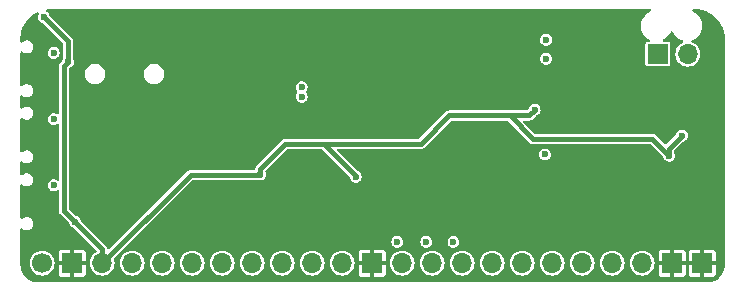
<source format=gbr>
%TF.GenerationSoftware,KiCad,Pcbnew,8.0.7*%
%TF.CreationDate,2024-12-31T00:41:55+01:00*%
%TF.ProjectId,BeDECT,42654445-4354-42e6-9b69-6361645f7063,rev?*%
%TF.SameCoordinates,Original*%
%TF.FileFunction,Copper,L2,Inr*%
%TF.FilePolarity,Positive*%
%FSLAX46Y46*%
G04 Gerber Fmt 4.6, Leading zero omitted, Abs format (unit mm)*
G04 Created by KiCad (PCBNEW 8.0.7) date 2024-12-31 00:41:55*
%MOMM*%
%LPD*%
G01*
G04 APERTURE LIST*
%TA.AperFunction,ComponentPad*%
%ADD10R,1.700000X1.700000*%
%TD*%
%TA.AperFunction,ComponentPad*%
%ADD11O,1.700000X1.700000*%
%TD*%
%TA.AperFunction,ComponentPad*%
%ADD12C,1.700000*%
%TD*%
%TA.AperFunction,ViaPad*%
%ADD13C,0.600000*%
%TD*%
%TA.AperFunction,Conductor*%
%ADD14C,0.450000*%
%TD*%
G04 APERTURE END LIST*
D10*
%TO.N,Net-(C7-Pad1)*%
%TO.C,LS1*%
X171150000Y-78800000D03*
D11*
%TO.N,Net-(C6-Pad1)*%
X173690000Y-78800000D03*
%TD*%
D12*
%TO.N,+5VPI_p*%
%TO.C,J1*%
X119020000Y-96500000D03*
D10*
%TO.N,GND*%
X121560000Y-96500000D03*
D11*
%TO.N,+3V3PI*%
X124100000Y-96500000D03*
%TO.N,/Pi_SCL*%
X126640000Y-96500000D03*
%TO.N,/Pi_SDA*%
X129180000Y-96500000D03*
%TO.N,/Pi_GPIO4*%
X131720000Y-96500000D03*
%TO.N,/Pi_GPIO14*%
X134260000Y-96500000D03*
%TO.N,/Pi_GPIO15*%
X136800000Y-96500000D03*
%TO.N,/Pi_GPIO17*%
X139340000Y-96500000D03*
%TO.N,/Pi_GPIO18*%
X141880000Y-96500000D03*
%TO.N,/Pi_GPIO27*%
X144420000Y-96500000D03*
D10*
%TO.N,GND*%
X146960000Y-96500000D03*
D11*
%TO.N,/Pi_GPIO22*%
X149500000Y-96500000D03*
%TO.N,/Pi_GPIO23*%
X152040000Y-96500000D03*
%TO.N,/Pi_GPIO24*%
X154580000Y-96500000D03*
%TO.N,/Pi_GPIO10*%
X157120000Y-96500000D03*
%TO.N,/Pi_GPIO09*%
X159660000Y-96500000D03*
%TO.N,/Pi_GPIO25*%
X162200000Y-96500000D03*
%TO.N,/Pi_GPIO11*%
X164740000Y-96500000D03*
%TO.N,/Pi_GPIO08*%
X167280000Y-96500000D03*
%TO.N,/Pi_GPIO07*%
X169820000Y-96500000D03*
D10*
%TO.N,GND*%
X172360000Y-96500000D03*
X174900000Y-96500000D03*
%TD*%
D13*
%TO.N,GND*%
X170700000Y-93700000D03*
X167600000Y-93700000D03*
X169100000Y-93700000D03*
X166100000Y-93700000D03*
X164600000Y-93700000D03*
X164300000Y-81100000D03*
X162800000Y-81100000D03*
X165800000Y-84200000D03*
X165800000Y-82700000D03*
X164300000Y-82700000D03*
X164300000Y-84200000D03*
X176100000Y-85700000D03*
X176100000Y-84300000D03*
X174600000Y-84300000D03*
X172200000Y-93700000D03*
X173700000Y-92200000D03*
X173700000Y-93700000D03*
X172200000Y-92200000D03*
X157200000Y-93700000D03*
X155700000Y-93700000D03*
X158600000Y-93700000D03*
X160100000Y-92200000D03*
X160100000Y-93700000D03*
X158600000Y-92200000D03*
X163100000Y-93700000D03*
X161600000Y-93700000D03*
X161600000Y-90700000D03*
X163100000Y-90700000D03*
X163100000Y-92200000D03*
X161600000Y-92200000D03*
X123500000Y-89800000D03*
X123500000Y-88300000D03*
X129400000Y-88200000D03*
X130900000Y-88200000D03*
X125000000Y-91400000D03*
X128000000Y-91400000D03*
X126500000Y-91400000D03*
X133800000Y-85200000D03*
X132300000Y-85200000D03*
X135600000Y-86800000D03*
X134100000Y-86800000D03*
X132400000Y-86800000D03*
X129400000Y-86800000D03*
X130900000Y-86800000D03*
X128000000Y-86800000D03*
X125000000Y-86800000D03*
X125000000Y-88300000D03*
X126500000Y-88300000D03*
X128000000Y-88300000D03*
X125000000Y-89800000D03*
X126500000Y-86800000D03*
X126500000Y-89800000D03*
X128000000Y-89800000D03*
X138800000Y-84800000D03*
X137300000Y-84800000D03*
X135800000Y-84800000D03*
X138800000Y-83300000D03*
X137300000Y-83300000D03*
X135800000Y-83300000D03*
X138800000Y-81800000D03*
X137300000Y-81800000D03*
X135800000Y-81800000D03*
%TO.N,+3V3PI*%
X119150000Y-75650000D03*
X121200000Y-79475000D03*
X121800000Y-93000000D03*
%TO.N,/Pi_GPIO24*%
X120000000Y-78700000D03*
X153850000Y-94700000D03*
%TO.N,/Pi_GPIO23*%
X120000000Y-84300000D03*
X151550000Y-94700000D03*
%TO.N,/Pi_GPIO22*%
X120000000Y-89900000D03*
X149100000Y-94700000D03*
%TO.N,GND*%
X174600000Y-90600000D03*
X163300000Y-87300000D03*
%TO.N,+3V3PI*%
X172100000Y-87400000D03*
X137500000Y-89000000D03*
X145575000Y-89175000D03*
X173200000Y-85700000D03*
X160725000Y-83500000D03*
%TO.N,Net-(U1-LSRn)*%
X141000000Y-82400000D03*
X161700000Y-79200000D03*
%TO.N,Net-(U1-JTAG)*%
X161600000Y-87300000D03*
%TO.N,Net-(U1-LSRp)*%
X161700000Y-77600000D03*
X141000000Y-81599997D03*
%TD*%
D14*
%TO.N,+3V3PI*%
X121800000Y-93025000D02*
X124100000Y-95325000D01*
X121800000Y-93000000D02*
X121800000Y-93025000D01*
X124100000Y-95325000D02*
X124100000Y-96500000D01*
X121800000Y-93000000D02*
X120875000Y-92075000D01*
X120875000Y-92075000D02*
X120875000Y-79800000D01*
X120875000Y-79800000D02*
X121200000Y-79475000D01*
X121200000Y-79475000D02*
X121200000Y-77700000D01*
X121200000Y-77700000D02*
X119150000Y-75650000D01*
X160725000Y-83500000D02*
X160225000Y-84000000D01*
X160225000Y-84000000D02*
X158600000Y-84000000D01*
X160600000Y-86000000D02*
X158600000Y-84000000D01*
X151100000Y-86400000D02*
X153500000Y-84000000D01*
X172100000Y-87400000D02*
X170700000Y-86000000D01*
X153500000Y-84000000D02*
X158600000Y-84000000D01*
X173200000Y-85700000D02*
X172100000Y-86800000D01*
X145575000Y-89125000D02*
X142850000Y-86400000D01*
X139600000Y-86400000D02*
X151100000Y-86400000D01*
X142850000Y-86400000D02*
X142800000Y-86400000D01*
X170700000Y-86000000D02*
X160600000Y-86000000D01*
X137500000Y-89000000D02*
X137500000Y-88500000D01*
X137500000Y-88500000D02*
X139600000Y-86400000D01*
X172100000Y-86800000D02*
X172100000Y-87400000D01*
X145575000Y-89175000D02*
X145575000Y-89125000D01*
X137500000Y-89000000D02*
X131600000Y-89000000D01*
X131600000Y-89000000D02*
X124100000Y-96500000D01*
%TD*%
%TA.AperFunction,Conductor*%
%TO.N,GND*%
G36*
X170556842Y-75019407D02*
G01*
X170592806Y-75068907D01*
X170592806Y-75130093D01*
X170556842Y-75179593D01*
X170529243Y-75193655D01*
X170525781Y-75194779D01*
X170343390Y-75287712D01*
X170343386Y-75287714D01*
X170177786Y-75408029D01*
X170033029Y-75552786D01*
X169912714Y-75718386D01*
X169912712Y-75718390D01*
X169819780Y-75900780D01*
X169756521Y-76095470D01*
X169724500Y-76297644D01*
X169724500Y-76502355D01*
X169756521Y-76704529D01*
X169819780Y-76899219D01*
X169912712Y-77081609D01*
X169912714Y-77081613D01*
X170033029Y-77247213D01*
X170033031Y-77247215D01*
X170033034Y-77247219D01*
X170177781Y-77391966D01*
X170177784Y-77391968D01*
X170177786Y-77391970D01*
X170343386Y-77512285D01*
X170343390Y-77512287D01*
X170441526Y-77562290D01*
X170484791Y-77605555D01*
X170494362Y-77665987D01*
X170466584Y-77720504D01*
X170412068Y-77748281D01*
X170396581Y-77749500D01*
X170280252Y-77749500D01*
X170280251Y-77749500D01*
X170280241Y-77749501D01*
X170221772Y-77761132D01*
X170221766Y-77761134D01*
X170155451Y-77805445D01*
X170155445Y-77805451D01*
X170111134Y-77871766D01*
X170111132Y-77871772D01*
X170099501Y-77930241D01*
X170099500Y-77930253D01*
X170099500Y-79669746D01*
X170099501Y-79669758D01*
X170111132Y-79728227D01*
X170111134Y-79728233D01*
X170155445Y-79794548D01*
X170155448Y-79794552D01*
X170221769Y-79838867D01*
X170266231Y-79847711D01*
X170280241Y-79850498D01*
X170280246Y-79850498D01*
X170280252Y-79850500D01*
X170280253Y-79850500D01*
X172019747Y-79850500D01*
X172019748Y-79850500D01*
X172078231Y-79838867D01*
X172144552Y-79794552D01*
X172188867Y-79728231D01*
X172200500Y-79669748D01*
X172200500Y-77930252D01*
X172198921Y-77922316D01*
X172194834Y-77901769D01*
X172188867Y-77871769D01*
X172144552Y-77805448D01*
X172144548Y-77805445D01*
X172078233Y-77761134D01*
X172078231Y-77761133D01*
X172078228Y-77761132D01*
X172078227Y-77761132D01*
X172019758Y-77749501D01*
X172019748Y-77749500D01*
X171653419Y-77749500D01*
X171595228Y-77730593D01*
X171559264Y-77681093D01*
X171559264Y-77619907D01*
X171595228Y-77570407D01*
X171608474Y-77562290D01*
X171628805Y-77551930D01*
X171706610Y-77512287D01*
X171726487Y-77497846D01*
X171872213Y-77391970D01*
X171872219Y-77391966D01*
X172016966Y-77247219D01*
X172137287Y-77081610D01*
X172230220Y-76899219D01*
X172230845Y-76897296D01*
X172231244Y-76896745D01*
X172231709Y-76895625D01*
X172231978Y-76895736D01*
X172266809Y-76847796D01*
X172325000Y-76828888D01*
X172383190Y-76847795D01*
X172418021Y-76895736D01*
X172418291Y-76895625D01*
X172418755Y-76896746D01*
X172419154Y-76897295D01*
X172419155Y-76897296D01*
X172419779Y-76899217D01*
X172512712Y-77081609D01*
X172512714Y-77081613D01*
X172633029Y-77247213D01*
X172633031Y-77247215D01*
X172633034Y-77247219D01*
X172777781Y-77391966D01*
X172777784Y-77391968D01*
X172777786Y-77391970D01*
X172943386Y-77512285D01*
X172943390Y-77512287D01*
X173125781Y-77605220D01*
X173259769Y-77648755D01*
X173309269Y-77684719D01*
X173328176Y-77742910D01*
X173309269Y-77801101D01*
X173275845Y-77830220D01*
X173103547Y-77922316D01*
X172943595Y-78053585D01*
X172943585Y-78053595D01*
X172812316Y-78213547D01*
X172714768Y-78396045D01*
X172654699Y-78594065D01*
X172654698Y-78594070D01*
X172634417Y-78799996D01*
X172634417Y-78800003D01*
X172654698Y-79005929D01*
X172654699Y-79005934D01*
X172714768Y-79203954D01*
X172812316Y-79386452D01*
X172884987Y-79475002D01*
X172943590Y-79546410D01*
X172943595Y-79546414D01*
X173103547Y-79677683D01*
X173103548Y-79677683D01*
X173103550Y-79677685D01*
X173286046Y-79775232D01*
X173423997Y-79817078D01*
X173484065Y-79835300D01*
X173484070Y-79835301D01*
X173689997Y-79855583D01*
X173690000Y-79855583D01*
X173690003Y-79855583D01*
X173895929Y-79835301D01*
X173895934Y-79835300D01*
X174093954Y-79775232D01*
X174276450Y-79677685D01*
X174436410Y-79546410D01*
X174567685Y-79386450D01*
X174665232Y-79203954D01*
X174725300Y-79005934D01*
X174725301Y-79005929D01*
X174745583Y-78800003D01*
X174745583Y-78799996D01*
X174725301Y-78594070D01*
X174725300Y-78594065D01*
X174707078Y-78533997D01*
X174665232Y-78396046D01*
X174567685Y-78213550D01*
X174436410Y-78053590D01*
X174436404Y-78053585D01*
X174276452Y-77922316D01*
X174190265Y-77876248D01*
X174093954Y-77824768D01*
X174061768Y-77815004D01*
X174011573Y-77780019D01*
X173991527Y-77722211D01*
X174009289Y-77663660D01*
X174058073Y-77626732D01*
X174059887Y-77626122D01*
X174124219Y-77605220D01*
X174306610Y-77512287D01*
X174326487Y-77497846D01*
X174472213Y-77391970D01*
X174472219Y-77391966D01*
X174616966Y-77247219D01*
X174737287Y-77081610D01*
X174830220Y-76899219D01*
X174893477Y-76704534D01*
X174906962Y-76619396D01*
X174925500Y-76502355D01*
X174925500Y-76297644D01*
X174893478Y-76095470D01*
X174890161Y-76085261D01*
X174830220Y-75900781D01*
X174737287Y-75718390D01*
X174737285Y-75718386D01*
X174616970Y-75552786D01*
X174616968Y-75552784D01*
X174616966Y-75552781D01*
X174472219Y-75408034D01*
X174472215Y-75408031D01*
X174472213Y-75408029D01*
X174306613Y-75287714D01*
X174306609Y-75287712D01*
X174124218Y-75194779D01*
X174120757Y-75193655D01*
X174071257Y-75157691D01*
X174052349Y-75099501D01*
X174071256Y-75041310D01*
X174120755Y-75005346D01*
X174151349Y-75000500D01*
X174313954Y-75000500D01*
X174319933Y-75000681D01*
X174612242Y-75018367D01*
X174624108Y-75019808D01*
X174909214Y-75072059D01*
X174920815Y-75074918D01*
X175197546Y-75161155D01*
X175208720Y-75165393D01*
X175473049Y-75284362D01*
X175483622Y-75289912D01*
X175627067Y-75376629D01*
X175731671Y-75439866D01*
X175741510Y-75446657D01*
X175969681Y-75625421D01*
X175978629Y-75633349D01*
X176183576Y-75838300D01*
X176191504Y-75847248D01*
X176370264Y-76075422D01*
X176377055Y-76085261D01*
X176527006Y-76333313D01*
X176532561Y-76343898D01*
X176651521Y-76608217D01*
X176655760Y-76619396D01*
X176721039Y-76828888D01*
X176741989Y-76896118D01*
X176744850Y-76907725D01*
X176797096Y-77192831D01*
X176798537Y-77204699D01*
X176816269Y-77497846D01*
X176816450Y-77503823D01*
X176816450Y-96626460D01*
X176816198Y-96633523D01*
X176801692Y-96836333D01*
X176799682Y-96850314D01*
X176757215Y-97045531D01*
X176753235Y-97059085D01*
X176683416Y-97246271D01*
X176677548Y-97259119D01*
X176581803Y-97434461D01*
X176574166Y-97446344D01*
X176454441Y-97606275D01*
X176445190Y-97616951D01*
X176303921Y-97758215D01*
X176293247Y-97767464D01*
X176133312Y-97887187D01*
X176121428Y-97894824D01*
X175946085Y-97990564D01*
X175933236Y-97996432D01*
X175746046Y-98066246D01*
X175732493Y-98070225D01*
X175537279Y-98112687D01*
X175523297Y-98114697D01*
X175319791Y-98129247D01*
X175312730Y-98129499D01*
X175257440Y-98129498D01*
X175251070Y-98129498D01*
X175251069Y-98129498D01*
X175244187Y-98129498D01*
X175244159Y-98129500D01*
X118755841Y-98129500D01*
X118755812Y-98129498D01*
X118748930Y-98129498D01*
X118742682Y-98129498D01*
X118686572Y-98129499D01*
X118679511Y-98129247D01*
X118476695Y-98114746D01*
X118462713Y-98112736D01*
X118267491Y-98070273D01*
X118253938Y-98066294D01*
X118066742Y-97996478D01*
X118053893Y-97990610D01*
X117878541Y-97894864D01*
X117866658Y-97887227D01*
X117706723Y-97767505D01*
X117696053Y-97758261D01*
X117554763Y-97616975D01*
X117545521Y-97606308D01*
X117447397Y-97475232D01*
X117425791Y-97446369D01*
X117418156Y-97434490D01*
X117322404Y-97259137D01*
X117316536Y-97246289D01*
X117316529Y-97246271D01*
X117246713Y-97059090D01*
X117242735Y-97045539D01*
X117242733Y-97045531D01*
X117200268Y-96850324D01*
X117198258Y-96836346D01*
X117183802Y-96634221D01*
X117183550Y-96627159D01*
X117183550Y-96499996D01*
X117964417Y-96499996D01*
X117964417Y-96500003D01*
X117984698Y-96705929D01*
X117984699Y-96705934D01*
X118044768Y-96903954D01*
X118142316Y-97086452D01*
X118273476Y-97246271D01*
X118273590Y-97246410D01*
X118273595Y-97246414D01*
X118433547Y-97377683D01*
X118433548Y-97377683D01*
X118433550Y-97377685D01*
X118616046Y-97475232D01*
X118753997Y-97517078D01*
X118814065Y-97535300D01*
X118814070Y-97535301D01*
X119019997Y-97555583D01*
X119020000Y-97555583D01*
X119020003Y-97555583D01*
X119225929Y-97535301D01*
X119225934Y-97535300D01*
X119268206Y-97522477D01*
X119423954Y-97475232D01*
X119606450Y-97377685D01*
X119766410Y-97246410D01*
X119897685Y-97086450D01*
X119995232Y-96903954D01*
X120055300Y-96705934D01*
X120055301Y-96705929D01*
X120075583Y-96500003D01*
X120075583Y-96499996D01*
X120055301Y-96294070D01*
X120055300Y-96294065D01*
X120019548Y-96176207D01*
X119995232Y-96096046D01*
X119897685Y-95913550D01*
X119766410Y-95753590D01*
X119766404Y-95753585D01*
X119606452Y-95622316D01*
X119574434Y-95605202D01*
X120410000Y-95605202D01*
X120410000Y-96299999D01*
X120410001Y-96300000D01*
X121098120Y-96300000D01*
X121094075Y-96307007D01*
X121060000Y-96434174D01*
X121060000Y-96565826D01*
X121094075Y-96692993D01*
X121098120Y-96700000D01*
X120410002Y-96700000D01*
X120410001Y-96700001D01*
X120410001Y-97394791D01*
X120412909Y-97419874D01*
X120458213Y-97522477D01*
X120537522Y-97601786D01*
X120640127Y-97647090D01*
X120665203Y-97649999D01*
X121359998Y-97649999D01*
X121360000Y-97649998D01*
X121360000Y-96961879D01*
X121367007Y-96965925D01*
X121494174Y-97000000D01*
X121625826Y-97000000D01*
X121752993Y-96965925D01*
X121760000Y-96961879D01*
X121760000Y-97649998D01*
X121760001Y-97649999D01*
X122454790Y-97649999D01*
X122454791Y-97649998D01*
X122479874Y-97647090D01*
X122582477Y-97601786D01*
X122661786Y-97522477D01*
X122707090Y-97419872D01*
X122709999Y-97394797D01*
X122710000Y-97394795D01*
X122710000Y-96700001D01*
X122709999Y-96700000D01*
X122021880Y-96700000D01*
X122025925Y-96692993D01*
X122060000Y-96565826D01*
X122060000Y-96434174D01*
X122025925Y-96307007D01*
X122021880Y-96300000D01*
X122709998Y-96300000D01*
X122709999Y-96299999D01*
X122709999Y-95605210D01*
X122709998Y-95605208D01*
X122707090Y-95580125D01*
X122661786Y-95477522D01*
X122582477Y-95398213D01*
X122479872Y-95352909D01*
X122454797Y-95350000D01*
X121760001Y-95350000D01*
X121760000Y-95350001D01*
X121760000Y-96038120D01*
X121752993Y-96034075D01*
X121625826Y-96000000D01*
X121494174Y-96000000D01*
X121367007Y-96034075D01*
X121360000Y-96038120D01*
X121360000Y-95350001D01*
X121359999Y-95350000D01*
X120665210Y-95350000D01*
X120665207Y-95350001D01*
X120640125Y-95352909D01*
X120537522Y-95398213D01*
X120458213Y-95477522D01*
X120412909Y-95580127D01*
X120410000Y-95605202D01*
X119574434Y-95605202D01*
X119423954Y-95524768D01*
X119225934Y-95464699D01*
X119225929Y-95464698D01*
X119020003Y-95444417D01*
X119019997Y-95444417D01*
X118814070Y-95464698D01*
X118814065Y-95464699D01*
X118616045Y-95524768D01*
X118433547Y-95622316D01*
X118273595Y-95753585D01*
X118273585Y-95753595D01*
X118142316Y-95913547D01*
X118044768Y-96096045D01*
X117984699Y-96294065D01*
X117984698Y-96294070D01*
X117964417Y-96499996D01*
X117183550Y-96499996D01*
X117183550Y-93626082D01*
X117202457Y-93567891D01*
X117251957Y-93531927D01*
X117313143Y-93531927D01*
X117352551Y-93556076D01*
X117386985Y-93590510D01*
X117386987Y-93590511D01*
X117386989Y-93590513D01*
X117512511Y-93662983D01*
X117512512Y-93662983D01*
X117512515Y-93662985D01*
X117652525Y-93700501D01*
X117652526Y-93700501D01*
X117797474Y-93700501D01*
X117797475Y-93700501D01*
X117937485Y-93662985D01*
X117937487Y-93662983D01*
X117937489Y-93662983D01*
X118063010Y-93590513D01*
X118063010Y-93590512D01*
X118063015Y-93590510D01*
X118165509Y-93488016D01*
X118181713Y-93459950D01*
X118237982Y-93362490D01*
X118237982Y-93362488D01*
X118237984Y-93362486D01*
X118275500Y-93222476D01*
X118275500Y-93077526D01*
X118237984Y-92937516D01*
X118237982Y-92937513D01*
X118237982Y-92937511D01*
X118165512Y-92811990D01*
X118165510Y-92811988D01*
X118165509Y-92811986D01*
X118063015Y-92709492D01*
X118063012Y-92709490D01*
X118063010Y-92709488D01*
X117937488Y-92637018D01*
X117937489Y-92637018D01*
X117907896Y-92629088D01*
X117797475Y-92599501D01*
X117652525Y-92599501D01*
X117590790Y-92616042D01*
X117512510Y-92637018D01*
X117386989Y-92709488D01*
X117386988Y-92709489D01*
X117386985Y-92709491D01*
X117386985Y-92709492D01*
X117352551Y-92743925D01*
X117298037Y-92771701D01*
X117237605Y-92762130D01*
X117194340Y-92718865D01*
X117183550Y-92673920D01*
X117183550Y-89926080D01*
X117202457Y-89867889D01*
X117251957Y-89831925D01*
X117313143Y-89831925D01*
X117352551Y-89856074D01*
X117386985Y-89890508D01*
X117386987Y-89890509D01*
X117386989Y-89890511D01*
X117512511Y-89962981D01*
X117512512Y-89962981D01*
X117512515Y-89962983D01*
X117652525Y-90000499D01*
X117652526Y-90000499D01*
X117797474Y-90000499D01*
X117797475Y-90000499D01*
X117937485Y-89962983D01*
X117937487Y-89962981D01*
X117937489Y-89962981D01*
X118063010Y-89890511D01*
X118063010Y-89890510D01*
X118063015Y-89890508D01*
X118165509Y-89788014D01*
X118165512Y-89788009D01*
X118237982Y-89662488D01*
X118237982Y-89662486D01*
X118237984Y-89662484D01*
X118275500Y-89522474D01*
X118275500Y-89377524D01*
X118237984Y-89237514D01*
X118237982Y-89237511D01*
X118237982Y-89237509D01*
X118165512Y-89111988D01*
X118165510Y-89111986D01*
X118165509Y-89111984D01*
X118063015Y-89009490D01*
X118063012Y-89009488D01*
X118063010Y-89009486D01*
X117937488Y-88937016D01*
X117937489Y-88937016D01*
X117805420Y-88901628D01*
X117797475Y-88899499D01*
X117652525Y-88899499D01*
X117644580Y-88901628D01*
X117512510Y-88937016D01*
X117386989Y-89009486D01*
X117386988Y-89009487D01*
X117386985Y-89009489D01*
X117386985Y-89009490D01*
X117352551Y-89043923D01*
X117298037Y-89071699D01*
X117237605Y-89062128D01*
X117194340Y-89018863D01*
X117183550Y-88973918D01*
X117183550Y-87976081D01*
X117202457Y-87917890D01*
X117251957Y-87881926D01*
X117313143Y-87881926D01*
X117352551Y-87906075D01*
X117386985Y-87940509D01*
X117386987Y-87940510D01*
X117386989Y-87940512D01*
X117512511Y-88012982D01*
X117512512Y-88012982D01*
X117512515Y-88012984D01*
X117652525Y-88050500D01*
X117652526Y-88050500D01*
X117797474Y-88050500D01*
X117797475Y-88050500D01*
X117937485Y-88012984D01*
X117937487Y-88012982D01*
X117937489Y-88012982D01*
X118063010Y-87940512D01*
X118063010Y-87940511D01*
X118063015Y-87940509D01*
X118165509Y-87838015D01*
X118165512Y-87838010D01*
X118237982Y-87712489D01*
X118237982Y-87712487D01*
X118237984Y-87712485D01*
X118275500Y-87572475D01*
X118275500Y-87427525D01*
X118237984Y-87287515D01*
X118237982Y-87287512D01*
X118237982Y-87287510D01*
X118165512Y-87161989D01*
X118165510Y-87161987D01*
X118165509Y-87161985D01*
X118063015Y-87059491D01*
X118063012Y-87059489D01*
X118063010Y-87059487D01*
X117937488Y-86987017D01*
X117937489Y-86987017D01*
X117897299Y-86976248D01*
X117797475Y-86949500D01*
X117652525Y-86949500D01*
X117590790Y-86966041D01*
X117512510Y-86987017D01*
X117386989Y-87059487D01*
X117386988Y-87059488D01*
X117386985Y-87059490D01*
X117386985Y-87059491D01*
X117352551Y-87093924D01*
X117298037Y-87121700D01*
X117237605Y-87112129D01*
X117194340Y-87068864D01*
X117183550Y-87023919D01*
X117183550Y-84276079D01*
X117202457Y-84217888D01*
X117251957Y-84181924D01*
X117313143Y-84181924D01*
X117352551Y-84206073D01*
X117386985Y-84240507D01*
X117386987Y-84240508D01*
X117386989Y-84240510D01*
X117512511Y-84312980D01*
X117512512Y-84312980D01*
X117512515Y-84312982D01*
X117652525Y-84350498D01*
X117652526Y-84350498D01*
X117797474Y-84350498D01*
X117797475Y-84350498D01*
X117937485Y-84312982D01*
X117937487Y-84312980D01*
X117937489Y-84312980D01*
X118063010Y-84240510D01*
X118063010Y-84240509D01*
X118063015Y-84240507D01*
X118165509Y-84138013D01*
X118199322Y-84079448D01*
X118237982Y-84012487D01*
X118237982Y-84012485D01*
X118237984Y-84012483D01*
X118275500Y-83872473D01*
X118275500Y-83727523D01*
X118237984Y-83587513D01*
X118237982Y-83587510D01*
X118237982Y-83587508D01*
X118165512Y-83461987D01*
X118165510Y-83461985D01*
X118165509Y-83461983D01*
X118063015Y-83359489D01*
X118063012Y-83359487D01*
X118063010Y-83359485D01*
X117937488Y-83287015D01*
X117937489Y-83287015D01*
X117907896Y-83279085D01*
X117797475Y-83249498D01*
X117652525Y-83249498D01*
X117590790Y-83266039D01*
X117512510Y-83287015D01*
X117386989Y-83359485D01*
X117386988Y-83359486D01*
X117386985Y-83359488D01*
X117386985Y-83359489D01*
X117352551Y-83393922D01*
X117298037Y-83421698D01*
X117237605Y-83412127D01*
X117194340Y-83368862D01*
X117183550Y-83323917D01*
X117183550Y-82376081D01*
X117202457Y-82317890D01*
X117251957Y-82281926D01*
X117313143Y-82281926D01*
X117352551Y-82306075D01*
X117386985Y-82340509D01*
X117386987Y-82340510D01*
X117386989Y-82340512D01*
X117512511Y-82412982D01*
X117512512Y-82412982D01*
X117512515Y-82412984D01*
X117652525Y-82450500D01*
X117652526Y-82450500D01*
X117797474Y-82450500D01*
X117797475Y-82450500D01*
X117937485Y-82412984D01*
X117937487Y-82412982D01*
X117937489Y-82412982D01*
X118063010Y-82340512D01*
X118063010Y-82340511D01*
X118063015Y-82340509D01*
X118165509Y-82238015D01*
X118237984Y-82112485D01*
X118275500Y-81972475D01*
X118275500Y-81827525D01*
X118237984Y-81687515D01*
X118237982Y-81687512D01*
X118237982Y-81687510D01*
X118165512Y-81561989D01*
X118165510Y-81561987D01*
X118165509Y-81561985D01*
X118063015Y-81459491D01*
X118063012Y-81459489D01*
X118063010Y-81459487D01*
X117937488Y-81387017D01*
X117937489Y-81387017D01*
X117907896Y-81379087D01*
X117797475Y-81349500D01*
X117652525Y-81349500D01*
X117590790Y-81366041D01*
X117512510Y-81387017D01*
X117386989Y-81459487D01*
X117386988Y-81459488D01*
X117386985Y-81459490D01*
X117386985Y-81459491D01*
X117352551Y-81493924D01*
X117298037Y-81521700D01*
X117237605Y-81512129D01*
X117194340Y-81468864D01*
X117183550Y-81423919D01*
X117183550Y-78676079D01*
X117202457Y-78617888D01*
X117251957Y-78581924D01*
X117313143Y-78581924D01*
X117352551Y-78606073D01*
X117386985Y-78640507D01*
X117386987Y-78640508D01*
X117386989Y-78640510D01*
X117512511Y-78712980D01*
X117512512Y-78712980D01*
X117512515Y-78712982D01*
X117652525Y-78750498D01*
X117652526Y-78750498D01*
X117797474Y-78750498D01*
X117797475Y-78750498D01*
X117937485Y-78712982D01*
X117937487Y-78712980D01*
X117937489Y-78712980D01*
X117959976Y-78699997D01*
X119494353Y-78699997D01*
X119494353Y-78700002D01*
X119514834Y-78842456D01*
X119553275Y-78926628D01*
X119574623Y-78973373D01*
X119647556Y-79057543D01*
X119668873Y-79082144D01*
X119789942Y-79159950D01*
X119789947Y-79159953D01*
X119859448Y-79180360D01*
X119928035Y-79200499D01*
X119928036Y-79200499D01*
X119928039Y-79200500D01*
X119928041Y-79200500D01*
X120071959Y-79200500D01*
X120071961Y-79200500D01*
X120210053Y-79159953D01*
X120331128Y-79082143D01*
X120425377Y-78973373D01*
X120485165Y-78842457D01*
X120499889Y-78740046D01*
X120505647Y-78700002D01*
X120505647Y-78699997D01*
X120485165Y-78557543D01*
X120476246Y-78538013D01*
X120425377Y-78426627D01*
X120331128Y-78317857D01*
X120331127Y-78317856D01*
X120331126Y-78317855D01*
X120210057Y-78240049D01*
X120210054Y-78240047D01*
X120210053Y-78240047D01*
X120210050Y-78240046D01*
X120071964Y-78199500D01*
X120071961Y-78199500D01*
X119928039Y-78199500D01*
X119928035Y-78199500D01*
X119789949Y-78240046D01*
X119789942Y-78240049D01*
X119668873Y-78317855D01*
X119574622Y-78426628D01*
X119514834Y-78557543D01*
X119494353Y-78699997D01*
X117959976Y-78699997D01*
X118063010Y-78640510D01*
X118063010Y-78640509D01*
X118063015Y-78640507D01*
X118165509Y-78538013D01*
X118165512Y-78538008D01*
X118237982Y-78412487D01*
X118237982Y-78412485D01*
X118237984Y-78412483D01*
X118275500Y-78272473D01*
X118275500Y-78127523D01*
X118237984Y-77987513D01*
X118237982Y-77987510D01*
X118237982Y-77987508D01*
X118165512Y-77861987D01*
X118165510Y-77861985D01*
X118165509Y-77861983D01*
X118063015Y-77759489D01*
X118063012Y-77759487D01*
X118063010Y-77759485D01*
X117937488Y-77687015D01*
X117937489Y-77687015D01*
X117907896Y-77679085D01*
X117797475Y-77649498D01*
X117652525Y-77649498D01*
X117599672Y-77663660D01*
X117512510Y-77687015D01*
X117386989Y-77759485D01*
X117386988Y-77759486D01*
X117386985Y-77759488D01*
X117386985Y-77759489D01*
X117352551Y-77793922D01*
X117298037Y-77821698D01*
X117237605Y-77812127D01*
X117194340Y-77768862D01*
X117183550Y-77723917D01*
X117183550Y-77502984D01*
X117183731Y-77497007D01*
X117190085Y-77391966D01*
X117201412Y-77204685D01*
X117202852Y-77192831D01*
X117255104Y-76907697D01*
X117257959Y-76896118D01*
X117344197Y-76619365D01*
X117348434Y-76608196D01*
X117467397Y-76343865D01*
X117472947Y-76333293D01*
X117496404Y-76294491D01*
X117512982Y-76267066D01*
X117622906Y-76085229D01*
X117629690Y-76075398D01*
X117808460Y-75847211D01*
X117816373Y-75838279D01*
X118021346Y-75633303D01*
X118030276Y-75625391D01*
X118258468Y-75446610D01*
X118268293Y-75439829D01*
X118516361Y-75289864D01*
X118526920Y-75284321D01*
X118588802Y-75256469D01*
X118649624Y-75249829D01*
X118702735Y-75280207D01*
X118727847Y-75336002D01*
X118719486Y-75387874D01*
X118664833Y-75507545D01*
X118644353Y-75649997D01*
X118644353Y-75650002D01*
X118664834Y-75792456D01*
X118715436Y-75903256D01*
X118724623Y-75923373D01*
X118749608Y-75952207D01*
X118818873Y-76032144D01*
X118917411Y-76095470D01*
X118939947Y-76109953D01*
X119012332Y-76131207D01*
X119054444Y-76156192D01*
X120745504Y-77847252D01*
X120773281Y-77901769D01*
X120774500Y-77917256D01*
X120774500Y-79180360D01*
X120765553Y-79221487D01*
X120714836Y-79332539D01*
X120712842Y-79339332D01*
X120710941Y-79338774D01*
X120688170Y-79385066D01*
X120687191Y-79386059D01*
X120613737Y-79459514D01*
X120534514Y-79538737D01*
X120478498Y-79635758D01*
X120478497Y-79635763D01*
X120453721Y-79728231D01*
X120449500Y-79743983D01*
X120449500Y-83812625D01*
X120430593Y-83870816D01*
X120381093Y-83906780D01*
X120319907Y-83906780D01*
X120296977Y-83895909D01*
X120210057Y-83840049D01*
X120210054Y-83840047D01*
X120210053Y-83840047D01*
X120210050Y-83840046D01*
X120071964Y-83799500D01*
X120071961Y-83799500D01*
X119928039Y-83799500D01*
X119928035Y-83799500D01*
X119789949Y-83840046D01*
X119789942Y-83840049D01*
X119668873Y-83917855D01*
X119574622Y-84026628D01*
X119514834Y-84157543D01*
X119494353Y-84299997D01*
X119494353Y-84300002D01*
X119514834Y-84442456D01*
X119559376Y-84539987D01*
X119574623Y-84573373D01*
X119668872Y-84682143D01*
X119668873Y-84682144D01*
X119789942Y-84759950D01*
X119789947Y-84759953D01*
X119896403Y-84791211D01*
X119928035Y-84800499D01*
X119928036Y-84800499D01*
X119928039Y-84800500D01*
X119928041Y-84800500D01*
X120071959Y-84800500D01*
X120071961Y-84800500D01*
X120210053Y-84759953D01*
X120296978Y-84704089D01*
X120356151Y-84688535D01*
X120413168Y-84710734D01*
X120446247Y-84762206D01*
X120449500Y-84787374D01*
X120449500Y-89412625D01*
X120430593Y-89470816D01*
X120381093Y-89506780D01*
X120319907Y-89506780D01*
X120296977Y-89495909D01*
X120210057Y-89440049D01*
X120210054Y-89440047D01*
X120210053Y-89440047D01*
X120210050Y-89440046D01*
X120071964Y-89399500D01*
X120071961Y-89399500D01*
X119928039Y-89399500D01*
X119928035Y-89399500D01*
X119789949Y-89440046D01*
X119789942Y-89440049D01*
X119668873Y-89517855D01*
X119574622Y-89626628D01*
X119514834Y-89757543D01*
X119494353Y-89899997D01*
X119494353Y-89900002D01*
X119514834Y-90042456D01*
X119574622Y-90173371D01*
X119574623Y-90173373D01*
X119668872Y-90282143D01*
X119668873Y-90282144D01*
X119789942Y-90359950D01*
X119789947Y-90359953D01*
X119896403Y-90391211D01*
X119928035Y-90400499D01*
X119928036Y-90400499D01*
X119928039Y-90400500D01*
X119928041Y-90400500D01*
X120071959Y-90400500D01*
X120071961Y-90400500D01*
X120210053Y-90359953D01*
X120296978Y-90304089D01*
X120356151Y-90288535D01*
X120413168Y-90310734D01*
X120446247Y-90362206D01*
X120449500Y-90387374D01*
X120449500Y-92018982D01*
X120449500Y-92131018D01*
X120475072Y-92226455D01*
X120478498Y-92239241D01*
X120534513Y-92336260D01*
X120534515Y-92336263D01*
X120917117Y-92718865D01*
X121287190Y-93088938D01*
X121311236Y-93136132D01*
X121312839Y-93135662D01*
X121314833Y-93142455D01*
X121366803Y-93256250D01*
X121374623Y-93273373D01*
X121451839Y-93362486D01*
X121468873Y-93382144D01*
X121589942Y-93459950D01*
X121589947Y-93459953D01*
X121626939Y-93470814D01*
X121669052Y-93495800D01*
X123602943Y-95429691D01*
X123630720Y-95484208D01*
X123621149Y-95544640D01*
X123579609Y-95587004D01*
X123513553Y-95622313D01*
X123513552Y-95622313D01*
X123353595Y-95753585D01*
X123353585Y-95753595D01*
X123222316Y-95913547D01*
X123124768Y-96096045D01*
X123064699Y-96294065D01*
X123064698Y-96294070D01*
X123044417Y-96499996D01*
X123044417Y-96500003D01*
X123064698Y-96705929D01*
X123064699Y-96705934D01*
X123124768Y-96903954D01*
X123222316Y-97086452D01*
X123353476Y-97246271D01*
X123353590Y-97246410D01*
X123353595Y-97246414D01*
X123513547Y-97377683D01*
X123513548Y-97377683D01*
X123513550Y-97377685D01*
X123696046Y-97475232D01*
X123833997Y-97517078D01*
X123894065Y-97535300D01*
X123894070Y-97535301D01*
X124099997Y-97555583D01*
X124100000Y-97555583D01*
X124100003Y-97555583D01*
X124305929Y-97535301D01*
X124305934Y-97535300D01*
X124348206Y-97522477D01*
X124503954Y-97475232D01*
X124686450Y-97377685D01*
X124846410Y-97246410D01*
X124977685Y-97086450D01*
X125075232Y-96903954D01*
X125135300Y-96705934D01*
X125135301Y-96705929D01*
X125155583Y-96500003D01*
X125155583Y-96499996D01*
X125584417Y-96499996D01*
X125584417Y-96500003D01*
X125604698Y-96705929D01*
X125604699Y-96705934D01*
X125664768Y-96903954D01*
X125762316Y-97086452D01*
X125893476Y-97246271D01*
X125893590Y-97246410D01*
X125893595Y-97246414D01*
X126053547Y-97377683D01*
X126053548Y-97377683D01*
X126053550Y-97377685D01*
X126236046Y-97475232D01*
X126373997Y-97517078D01*
X126434065Y-97535300D01*
X126434070Y-97535301D01*
X126639997Y-97555583D01*
X126640000Y-97555583D01*
X126640003Y-97555583D01*
X126845929Y-97535301D01*
X126845934Y-97535300D01*
X126888206Y-97522477D01*
X127043954Y-97475232D01*
X127226450Y-97377685D01*
X127386410Y-97246410D01*
X127517685Y-97086450D01*
X127615232Y-96903954D01*
X127675300Y-96705934D01*
X127675301Y-96705929D01*
X127695583Y-96500003D01*
X127695583Y-96499996D01*
X128124417Y-96499996D01*
X128124417Y-96500003D01*
X128144698Y-96705929D01*
X128144699Y-96705934D01*
X128204768Y-96903954D01*
X128302316Y-97086452D01*
X128433476Y-97246271D01*
X128433590Y-97246410D01*
X128433595Y-97246414D01*
X128593547Y-97377683D01*
X128593548Y-97377683D01*
X128593550Y-97377685D01*
X128776046Y-97475232D01*
X128913997Y-97517078D01*
X128974065Y-97535300D01*
X128974070Y-97535301D01*
X129179997Y-97555583D01*
X129180000Y-97555583D01*
X129180003Y-97555583D01*
X129385929Y-97535301D01*
X129385934Y-97535300D01*
X129428206Y-97522477D01*
X129583954Y-97475232D01*
X129766450Y-97377685D01*
X129926410Y-97246410D01*
X130057685Y-97086450D01*
X130155232Y-96903954D01*
X130215300Y-96705934D01*
X130215301Y-96705929D01*
X130235583Y-96500003D01*
X130235583Y-96499996D01*
X130664417Y-96499996D01*
X130664417Y-96500003D01*
X130684698Y-96705929D01*
X130684699Y-96705934D01*
X130744768Y-96903954D01*
X130842316Y-97086452D01*
X130973476Y-97246271D01*
X130973590Y-97246410D01*
X130973595Y-97246414D01*
X131133547Y-97377683D01*
X131133548Y-97377683D01*
X131133550Y-97377685D01*
X131316046Y-97475232D01*
X131453997Y-97517078D01*
X131514065Y-97535300D01*
X131514070Y-97535301D01*
X131719997Y-97555583D01*
X131720000Y-97555583D01*
X131720003Y-97555583D01*
X131925929Y-97535301D01*
X131925934Y-97535300D01*
X131968206Y-97522477D01*
X132123954Y-97475232D01*
X132306450Y-97377685D01*
X132466410Y-97246410D01*
X132597685Y-97086450D01*
X132695232Y-96903954D01*
X132755300Y-96705934D01*
X132755301Y-96705929D01*
X132775583Y-96500003D01*
X132775583Y-96499996D01*
X133204417Y-96499996D01*
X133204417Y-96500003D01*
X133224698Y-96705929D01*
X133224699Y-96705934D01*
X133284768Y-96903954D01*
X133382316Y-97086452D01*
X133513476Y-97246271D01*
X133513590Y-97246410D01*
X133513595Y-97246414D01*
X133673547Y-97377683D01*
X133673548Y-97377683D01*
X133673550Y-97377685D01*
X133856046Y-97475232D01*
X133993997Y-97517078D01*
X134054065Y-97535300D01*
X134054070Y-97535301D01*
X134259997Y-97555583D01*
X134260000Y-97555583D01*
X134260003Y-97555583D01*
X134465929Y-97535301D01*
X134465934Y-97535300D01*
X134508206Y-97522477D01*
X134663954Y-97475232D01*
X134846450Y-97377685D01*
X135006410Y-97246410D01*
X135137685Y-97086450D01*
X135235232Y-96903954D01*
X135295300Y-96705934D01*
X135295301Y-96705929D01*
X135315583Y-96500003D01*
X135315583Y-96499996D01*
X135744417Y-96499996D01*
X135744417Y-96500003D01*
X135764698Y-96705929D01*
X135764699Y-96705934D01*
X135824768Y-96903954D01*
X135922316Y-97086452D01*
X136053476Y-97246271D01*
X136053590Y-97246410D01*
X136053595Y-97246414D01*
X136213547Y-97377683D01*
X136213548Y-97377683D01*
X136213550Y-97377685D01*
X136396046Y-97475232D01*
X136533997Y-97517078D01*
X136594065Y-97535300D01*
X136594070Y-97535301D01*
X136799997Y-97555583D01*
X136800000Y-97555583D01*
X136800003Y-97555583D01*
X137005929Y-97535301D01*
X137005934Y-97535300D01*
X137048206Y-97522477D01*
X137203954Y-97475232D01*
X137386450Y-97377685D01*
X137546410Y-97246410D01*
X137677685Y-97086450D01*
X137775232Y-96903954D01*
X137835300Y-96705934D01*
X137835301Y-96705929D01*
X137855583Y-96500003D01*
X137855583Y-96499996D01*
X138284417Y-96499996D01*
X138284417Y-96500003D01*
X138304698Y-96705929D01*
X138304699Y-96705934D01*
X138364768Y-96903954D01*
X138462316Y-97086452D01*
X138593476Y-97246271D01*
X138593590Y-97246410D01*
X138593595Y-97246414D01*
X138753547Y-97377683D01*
X138753548Y-97377683D01*
X138753550Y-97377685D01*
X138936046Y-97475232D01*
X139073997Y-97517078D01*
X139134065Y-97535300D01*
X139134070Y-97535301D01*
X139339997Y-97555583D01*
X139340000Y-97555583D01*
X139340003Y-97555583D01*
X139545929Y-97535301D01*
X139545934Y-97535300D01*
X139588206Y-97522477D01*
X139743954Y-97475232D01*
X139926450Y-97377685D01*
X140086410Y-97246410D01*
X140217685Y-97086450D01*
X140315232Y-96903954D01*
X140375300Y-96705934D01*
X140375301Y-96705929D01*
X140395583Y-96500003D01*
X140395583Y-96499996D01*
X140824417Y-96499996D01*
X140824417Y-96500003D01*
X140844698Y-96705929D01*
X140844699Y-96705934D01*
X140904768Y-96903954D01*
X141002316Y-97086452D01*
X141133476Y-97246271D01*
X141133590Y-97246410D01*
X141133595Y-97246414D01*
X141293547Y-97377683D01*
X141293548Y-97377683D01*
X141293550Y-97377685D01*
X141476046Y-97475232D01*
X141613997Y-97517078D01*
X141674065Y-97535300D01*
X141674070Y-97535301D01*
X141879997Y-97555583D01*
X141880000Y-97555583D01*
X141880003Y-97555583D01*
X142085929Y-97535301D01*
X142085934Y-97535300D01*
X142128206Y-97522477D01*
X142283954Y-97475232D01*
X142466450Y-97377685D01*
X142626410Y-97246410D01*
X142757685Y-97086450D01*
X142855232Y-96903954D01*
X142915300Y-96705934D01*
X142915301Y-96705929D01*
X142935583Y-96500003D01*
X142935583Y-96499996D01*
X143364417Y-96499996D01*
X143364417Y-96500003D01*
X143384698Y-96705929D01*
X143384699Y-96705934D01*
X143444768Y-96903954D01*
X143542316Y-97086452D01*
X143673476Y-97246271D01*
X143673590Y-97246410D01*
X143673595Y-97246414D01*
X143833547Y-97377683D01*
X143833548Y-97377683D01*
X143833550Y-97377685D01*
X144016046Y-97475232D01*
X144153997Y-97517078D01*
X144214065Y-97535300D01*
X144214070Y-97535301D01*
X144419997Y-97555583D01*
X144420000Y-97555583D01*
X144420003Y-97555583D01*
X144625929Y-97535301D01*
X144625934Y-97535300D01*
X144668206Y-97522477D01*
X144823954Y-97475232D01*
X145006450Y-97377685D01*
X145166410Y-97246410D01*
X145297685Y-97086450D01*
X145395232Y-96903954D01*
X145455300Y-96705934D01*
X145455301Y-96705929D01*
X145475583Y-96500003D01*
X145475583Y-96499996D01*
X145455301Y-96294070D01*
X145455300Y-96294065D01*
X145419548Y-96176207D01*
X145395232Y-96096046D01*
X145297685Y-95913550D01*
X145166410Y-95753590D01*
X145166404Y-95753585D01*
X145006452Y-95622316D01*
X144974434Y-95605202D01*
X145810000Y-95605202D01*
X145810000Y-96299999D01*
X145810001Y-96300000D01*
X146498120Y-96300000D01*
X146494075Y-96307007D01*
X146460000Y-96434174D01*
X146460000Y-96565826D01*
X146494075Y-96692993D01*
X146498120Y-96700000D01*
X145810002Y-96700000D01*
X145810001Y-96700001D01*
X145810001Y-97394791D01*
X145812909Y-97419874D01*
X145858213Y-97522477D01*
X145937522Y-97601786D01*
X146040127Y-97647090D01*
X146065203Y-97649999D01*
X146759998Y-97649999D01*
X146760000Y-97649998D01*
X146760000Y-96961879D01*
X146767007Y-96965925D01*
X146894174Y-97000000D01*
X147025826Y-97000000D01*
X147152993Y-96965925D01*
X147160000Y-96961879D01*
X147160000Y-97649998D01*
X147160001Y-97649999D01*
X147854790Y-97649999D01*
X147854791Y-97649998D01*
X147879874Y-97647090D01*
X147982477Y-97601786D01*
X148061786Y-97522477D01*
X148107090Y-97419872D01*
X148109999Y-97394797D01*
X148110000Y-97394795D01*
X148110000Y-96700001D01*
X148109999Y-96700000D01*
X147421880Y-96700000D01*
X147425925Y-96692993D01*
X147460000Y-96565826D01*
X147460000Y-96499996D01*
X148444417Y-96499996D01*
X148444417Y-96500003D01*
X148464698Y-96705929D01*
X148464699Y-96705934D01*
X148524768Y-96903954D01*
X148622316Y-97086452D01*
X148753476Y-97246271D01*
X148753590Y-97246410D01*
X148753595Y-97246414D01*
X148913547Y-97377683D01*
X148913548Y-97377683D01*
X148913550Y-97377685D01*
X149096046Y-97475232D01*
X149233997Y-97517078D01*
X149294065Y-97535300D01*
X149294070Y-97535301D01*
X149499997Y-97555583D01*
X149500000Y-97555583D01*
X149500003Y-97555583D01*
X149705929Y-97535301D01*
X149705934Y-97535300D01*
X149748206Y-97522477D01*
X149903954Y-97475232D01*
X150086450Y-97377685D01*
X150246410Y-97246410D01*
X150377685Y-97086450D01*
X150475232Y-96903954D01*
X150535300Y-96705934D01*
X150535301Y-96705929D01*
X150555583Y-96500003D01*
X150555583Y-96499996D01*
X150984417Y-96499996D01*
X150984417Y-96500003D01*
X151004698Y-96705929D01*
X151004699Y-96705934D01*
X151064768Y-96903954D01*
X151162316Y-97086452D01*
X151293476Y-97246271D01*
X151293590Y-97246410D01*
X151293595Y-97246414D01*
X151453547Y-97377683D01*
X151453548Y-97377683D01*
X151453550Y-97377685D01*
X151636046Y-97475232D01*
X151773997Y-97517078D01*
X151834065Y-97535300D01*
X151834070Y-97535301D01*
X152039997Y-97555583D01*
X152040000Y-97555583D01*
X152040003Y-97555583D01*
X152245929Y-97535301D01*
X152245934Y-97535300D01*
X152288206Y-97522477D01*
X152443954Y-97475232D01*
X152626450Y-97377685D01*
X152786410Y-97246410D01*
X152917685Y-97086450D01*
X153015232Y-96903954D01*
X153075300Y-96705934D01*
X153075301Y-96705929D01*
X153095583Y-96500003D01*
X153095583Y-96499996D01*
X153524417Y-96499996D01*
X153524417Y-96500003D01*
X153544698Y-96705929D01*
X153544699Y-96705934D01*
X153604768Y-96903954D01*
X153702316Y-97086452D01*
X153833476Y-97246271D01*
X153833590Y-97246410D01*
X153833595Y-97246414D01*
X153993547Y-97377683D01*
X153993548Y-97377683D01*
X153993550Y-97377685D01*
X154176046Y-97475232D01*
X154313997Y-97517078D01*
X154374065Y-97535300D01*
X154374070Y-97535301D01*
X154579997Y-97555583D01*
X154580000Y-97555583D01*
X154580003Y-97555583D01*
X154785929Y-97535301D01*
X154785934Y-97535300D01*
X154828206Y-97522477D01*
X154983954Y-97475232D01*
X155166450Y-97377685D01*
X155326410Y-97246410D01*
X155457685Y-97086450D01*
X155555232Y-96903954D01*
X155615300Y-96705934D01*
X155615301Y-96705929D01*
X155635583Y-96500003D01*
X155635583Y-96499996D01*
X156064417Y-96499996D01*
X156064417Y-96500003D01*
X156084698Y-96705929D01*
X156084699Y-96705934D01*
X156144768Y-96903954D01*
X156242316Y-97086452D01*
X156373476Y-97246271D01*
X156373590Y-97246410D01*
X156373595Y-97246414D01*
X156533547Y-97377683D01*
X156533548Y-97377683D01*
X156533550Y-97377685D01*
X156716046Y-97475232D01*
X156853997Y-97517078D01*
X156914065Y-97535300D01*
X156914070Y-97535301D01*
X157119997Y-97555583D01*
X157120000Y-97555583D01*
X157120003Y-97555583D01*
X157325929Y-97535301D01*
X157325934Y-97535300D01*
X157368206Y-97522477D01*
X157523954Y-97475232D01*
X157706450Y-97377685D01*
X157866410Y-97246410D01*
X157997685Y-97086450D01*
X158095232Y-96903954D01*
X158155300Y-96705934D01*
X158155301Y-96705929D01*
X158175583Y-96500003D01*
X158175583Y-96499996D01*
X158604417Y-96499996D01*
X158604417Y-96500003D01*
X158624698Y-96705929D01*
X158624699Y-96705934D01*
X158684768Y-96903954D01*
X158782316Y-97086452D01*
X158913476Y-97246271D01*
X158913590Y-97246410D01*
X158913595Y-97246414D01*
X159073547Y-97377683D01*
X159073548Y-97377683D01*
X159073550Y-97377685D01*
X159256046Y-97475232D01*
X159393997Y-97517078D01*
X159454065Y-97535300D01*
X159454070Y-97535301D01*
X159659997Y-97555583D01*
X159660000Y-97555583D01*
X159660003Y-97555583D01*
X159865929Y-97535301D01*
X159865934Y-97535300D01*
X159908206Y-97522477D01*
X160063954Y-97475232D01*
X160246450Y-97377685D01*
X160406410Y-97246410D01*
X160537685Y-97086450D01*
X160635232Y-96903954D01*
X160695300Y-96705934D01*
X160695301Y-96705929D01*
X160715583Y-96500003D01*
X160715583Y-96499996D01*
X161144417Y-96499996D01*
X161144417Y-96500003D01*
X161164698Y-96705929D01*
X161164699Y-96705934D01*
X161224768Y-96903954D01*
X161322316Y-97086452D01*
X161453476Y-97246271D01*
X161453590Y-97246410D01*
X161453595Y-97246414D01*
X161613547Y-97377683D01*
X161613548Y-97377683D01*
X161613550Y-97377685D01*
X161796046Y-97475232D01*
X161933997Y-97517078D01*
X161994065Y-97535300D01*
X161994070Y-97535301D01*
X162199997Y-97555583D01*
X162200000Y-97555583D01*
X162200003Y-97555583D01*
X162405929Y-97535301D01*
X162405934Y-97535300D01*
X162448206Y-97522477D01*
X162603954Y-97475232D01*
X162786450Y-97377685D01*
X162946410Y-97246410D01*
X163077685Y-97086450D01*
X163175232Y-96903954D01*
X163235300Y-96705934D01*
X163235301Y-96705929D01*
X163255583Y-96500003D01*
X163255583Y-96499996D01*
X163684417Y-96499996D01*
X163684417Y-96500003D01*
X163704698Y-96705929D01*
X163704699Y-96705934D01*
X163764768Y-96903954D01*
X163862316Y-97086452D01*
X163993476Y-97246271D01*
X163993590Y-97246410D01*
X163993595Y-97246414D01*
X164153547Y-97377683D01*
X164153548Y-97377683D01*
X164153550Y-97377685D01*
X164336046Y-97475232D01*
X164473997Y-97517078D01*
X164534065Y-97535300D01*
X164534070Y-97535301D01*
X164739997Y-97555583D01*
X164740000Y-97555583D01*
X164740003Y-97555583D01*
X164945929Y-97535301D01*
X164945934Y-97535300D01*
X164988206Y-97522477D01*
X165143954Y-97475232D01*
X165326450Y-97377685D01*
X165486410Y-97246410D01*
X165617685Y-97086450D01*
X165715232Y-96903954D01*
X165775300Y-96705934D01*
X165775301Y-96705929D01*
X165795583Y-96500003D01*
X165795583Y-96499996D01*
X166224417Y-96499996D01*
X166224417Y-96500003D01*
X166244698Y-96705929D01*
X166244699Y-96705934D01*
X166304768Y-96903954D01*
X166402316Y-97086452D01*
X166533476Y-97246271D01*
X166533590Y-97246410D01*
X166533595Y-97246414D01*
X166693547Y-97377683D01*
X166693548Y-97377683D01*
X166693550Y-97377685D01*
X166876046Y-97475232D01*
X167013997Y-97517078D01*
X167074065Y-97535300D01*
X167074070Y-97535301D01*
X167279997Y-97555583D01*
X167280000Y-97555583D01*
X167280003Y-97555583D01*
X167485929Y-97535301D01*
X167485934Y-97535300D01*
X167528206Y-97522477D01*
X167683954Y-97475232D01*
X167866450Y-97377685D01*
X168026410Y-97246410D01*
X168157685Y-97086450D01*
X168255232Y-96903954D01*
X168315300Y-96705934D01*
X168315301Y-96705929D01*
X168335583Y-96500003D01*
X168335583Y-96499996D01*
X168764417Y-96499996D01*
X168764417Y-96500003D01*
X168784698Y-96705929D01*
X168784699Y-96705934D01*
X168844768Y-96903954D01*
X168942316Y-97086452D01*
X169073476Y-97246271D01*
X169073590Y-97246410D01*
X169073595Y-97246414D01*
X169233547Y-97377683D01*
X169233548Y-97377683D01*
X169233550Y-97377685D01*
X169416046Y-97475232D01*
X169553997Y-97517078D01*
X169614065Y-97535300D01*
X169614070Y-97535301D01*
X169819997Y-97555583D01*
X169820000Y-97555583D01*
X169820003Y-97555583D01*
X170025929Y-97535301D01*
X170025934Y-97535300D01*
X170068206Y-97522477D01*
X170223954Y-97475232D01*
X170406450Y-97377685D01*
X170566410Y-97246410D01*
X170697685Y-97086450D01*
X170795232Y-96903954D01*
X170855300Y-96705934D01*
X170855301Y-96705929D01*
X170875583Y-96500003D01*
X170875583Y-96499996D01*
X170855301Y-96294070D01*
X170855300Y-96294065D01*
X170819548Y-96176207D01*
X170795232Y-96096046D01*
X170697685Y-95913550D01*
X170566410Y-95753590D01*
X170566404Y-95753585D01*
X170406452Y-95622316D01*
X170374434Y-95605202D01*
X171210000Y-95605202D01*
X171210000Y-96299999D01*
X171210001Y-96300000D01*
X171898120Y-96300000D01*
X171894075Y-96307007D01*
X171860000Y-96434174D01*
X171860000Y-96565826D01*
X171894075Y-96692993D01*
X171898120Y-96700000D01*
X171210002Y-96700000D01*
X171210001Y-96700001D01*
X171210001Y-97394791D01*
X171212909Y-97419874D01*
X171258213Y-97522477D01*
X171337522Y-97601786D01*
X171440127Y-97647090D01*
X171465203Y-97649999D01*
X172159998Y-97649999D01*
X172160000Y-97649998D01*
X172160000Y-96961879D01*
X172167007Y-96965925D01*
X172294174Y-97000000D01*
X172425826Y-97000000D01*
X172552993Y-96965925D01*
X172560000Y-96961879D01*
X172560000Y-97649998D01*
X172560001Y-97649999D01*
X173254790Y-97649999D01*
X173254791Y-97649998D01*
X173279874Y-97647090D01*
X173382477Y-97601786D01*
X173461786Y-97522477D01*
X173507090Y-97419872D01*
X173509999Y-97394797D01*
X173510000Y-97394795D01*
X173510000Y-96700001D01*
X173509999Y-96700000D01*
X172821880Y-96700000D01*
X172825925Y-96692993D01*
X172860000Y-96565826D01*
X172860000Y-96434174D01*
X172825925Y-96307007D01*
X172821880Y-96300000D01*
X173509998Y-96300000D01*
X173509999Y-96299999D01*
X173509999Y-95605210D01*
X173509998Y-95605208D01*
X173509997Y-95605202D01*
X173750000Y-95605202D01*
X173750000Y-96299999D01*
X173750001Y-96300000D01*
X174438120Y-96300000D01*
X174434075Y-96307007D01*
X174400000Y-96434174D01*
X174400000Y-96565826D01*
X174434075Y-96692993D01*
X174438120Y-96700000D01*
X173750002Y-96700000D01*
X173750001Y-96700001D01*
X173750001Y-97394791D01*
X173752909Y-97419874D01*
X173798213Y-97522477D01*
X173877522Y-97601786D01*
X173980127Y-97647090D01*
X174005203Y-97649999D01*
X174699998Y-97649999D01*
X174700000Y-97649998D01*
X174700000Y-96961879D01*
X174707007Y-96965925D01*
X174834174Y-97000000D01*
X174965826Y-97000000D01*
X175092993Y-96965925D01*
X175100000Y-96961879D01*
X175100000Y-97649998D01*
X175100001Y-97649999D01*
X175794790Y-97649999D01*
X175794791Y-97649998D01*
X175819874Y-97647090D01*
X175922477Y-97601786D01*
X176001786Y-97522477D01*
X176047090Y-97419872D01*
X176049999Y-97394797D01*
X176050000Y-97394795D01*
X176050000Y-96700001D01*
X176049999Y-96700000D01*
X175361880Y-96700000D01*
X175365925Y-96692993D01*
X175400000Y-96565826D01*
X175400000Y-96434174D01*
X175365925Y-96307007D01*
X175361880Y-96300000D01*
X176049998Y-96300000D01*
X176049999Y-96299999D01*
X176049999Y-95605210D01*
X176049998Y-95605208D01*
X176047090Y-95580125D01*
X176001786Y-95477522D01*
X175922477Y-95398213D01*
X175819872Y-95352909D01*
X175794797Y-95350000D01*
X175100001Y-95350000D01*
X175100000Y-95350001D01*
X175100000Y-96038120D01*
X175092993Y-96034075D01*
X174965826Y-96000000D01*
X174834174Y-96000000D01*
X174707007Y-96034075D01*
X174700000Y-96038120D01*
X174700000Y-95350001D01*
X174699999Y-95350000D01*
X174005210Y-95350000D01*
X174005207Y-95350001D01*
X173980125Y-95352909D01*
X173877522Y-95398213D01*
X173798213Y-95477522D01*
X173752909Y-95580127D01*
X173750000Y-95605202D01*
X173509997Y-95605202D01*
X173507090Y-95580125D01*
X173461786Y-95477522D01*
X173382477Y-95398213D01*
X173279872Y-95352909D01*
X173254797Y-95350000D01*
X172560001Y-95350000D01*
X172560000Y-95350001D01*
X172560000Y-96038120D01*
X172552993Y-96034075D01*
X172425826Y-96000000D01*
X172294174Y-96000000D01*
X172167007Y-96034075D01*
X172160000Y-96038120D01*
X172160000Y-95350001D01*
X172159999Y-95350000D01*
X171465210Y-95350000D01*
X171465207Y-95350001D01*
X171440125Y-95352909D01*
X171337522Y-95398213D01*
X171258213Y-95477522D01*
X171212909Y-95580127D01*
X171210000Y-95605202D01*
X170374434Y-95605202D01*
X170223954Y-95524768D01*
X170025934Y-95464699D01*
X170025929Y-95464698D01*
X169820003Y-95444417D01*
X169819997Y-95444417D01*
X169614070Y-95464698D01*
X169614065Y-95464699D01*
X169416045Y-95524768D01*
X169233547Y-95622316D01*
X169073595Y-95753585D01*
X169073585Y-95753595D01*
X168942316Y-95913547D01*
X168844768Y-96096045D01*
X168784699Y-96294065D01*
X168784698Y-96294070D01*
X168764417Y-96499996D01*
X168335583Y-96499996D01*
X168315301Y-96294070D01*
X168315300Y-96294065D01*
X168279548Y-96176207D01*
X168255232Y-96096046D01*
X168157685Y-95913550D01*
X168026410Y-95753590D01*
X168026404Y-95753585D01*
X167866452Y-95622316D01*
X167683954Y-95524768D01*
X167485934Y-95464699D01*
X167485929Y-95464698D01*
X167280003Y-95444417D01*
X167279997Y-95444417D01*
X167074070Y-95464698D01*
X167074065Y-95464699D01*
X166876045Y-95524768D01*
X166693547Y-95622316D01*
X166533595Y-95753585D01*
X166533585Y-95753595D01*
X166402316Y-95913547D01*
X166304768Y-96096045D01*
X166244699Y-96294065D01*
X166244698Y-96294070D01*
X166224417Y-96499996D01*
X165795583Y-96499996D01*
X165775301Y-96294070D01*
X165775300Y-96294065D01*
X165739548Y-96176207D01*
X165715232Y-96096046D01*
X165617685Y-95913550D01*
X165486410Y-95753590D01*
X165486404Y-95753585D01*
X165326452Y-95622316D01*
X165143954Y-95524768D01*
X164945934Y-95464699D01*
X164945929Y-95464698D01*
X164740003Y-95444417D01*
X164739997Y-95444417D01*
X164534070Y-95464698D01*
X164534065Y-95464699D01*
X164336045Y-95524768D01*
X164153547Y-95622316D01*
X163993595Y-95753585D01*
X163993585Y-95753595D01*
X163862316Y-95913547D01*
X163764768Y-96096045D01*
X163704699Y-96294065D01*
X163704698Y-96294070D01*
X163684417Y-96499996D01*
X163255583Y-96499996D01*
X163235301Y-96294070D01*
X163235300Y-96294065D01*
X163199548Y-96176207D01*
X163175232Y-96096046D01*
X163077685Y-95913550D01*
X162946410Y-95753590D01*
X162946404Y-95753585D01*
X162786452Y-95622316D01*
X162603954Y-95524768D01*
X162405934Y-95464699D01*
X162405929Y-95464698D01*
X162200003Y-95444417D01*
X162199997Y-95444417D01*
X161994070Y-95464698D01*
X161994065Y-95464699D01*
X161796045Y-95524768D01*
X161613547Y-95622316D01*
X161453595Y-95753585D01*
X161453585Y-95753595D01*
X161322316Y-95913547D01*
X161224768Y-96096045D01*
X161164699Y-96294065D01*
X161164698Y-96294070D01*
X161144417Y-96499996D01*
X160715583Y-96499996D01*
X160695301Y-96294070D01*
X160695300Y-96294065D01*
X160659548Y-96176207D01*
X160635232Y-96096046D01*
X160537685Y-95913550D01*
X160406410Y-95753590D01*
X160406404Y-95753585D01*
X160246452Y-95622316D01*
X160063954Y-95524768D01*
X159865934Y-95464699D01*
X159865929Y-95464698D01*
X159660003Y-95444417D01*
X159659997Y-95444417D01*
X159454070Y-95464698D01*
X159454065Y-95464699D01*
X159256045Y-95524768D01*
X159073547Y-95622316D01*
X158913595Y-95753585D01*
X158913585Y-95753595D01*
X158782316Y-95913547D01*
X158684768Y-96096045D01*
X158624699Y-96294065D01*
X158624698Y-96294070D01*
X158604417Y-96499996D01*
X158175583Y-96499996D01*
X158155301Y-96294070D01*
X158155300Y-96294065D01*
X158119548Y-96176207D01*
X158095232Y-96096046D01*
X157997685Y-95913550D01*
X157866410Y-95753590D01*
X157866404Y-95753585D01*
X157706452Y-95622316D01*
X157523954Y-95524768D01*
X157325934Y-95464699D01*
X157325929Y-95464698D01*
X157120003Y-95444417D01*
X157119997Y-95444417D01*
X156914070Y-95464698D01*
X156914065Y-95464699D01*
X156716045Y-95524768D01*
X156533547Y-95622316D01*
X156373595Y-95753585D01*
X156373585Y-95753595D01*
X156242316Y-95913547D01*
X156144768Y-96096045D01*
X156084699Y-96294065D01*
X156084698Y-96294070D01*
X156064417Y-96499996D01*
X155635583Y-96499996D01*
X155615301Y-96294070D01*
X155615300Y-96294065D01*
X155579548Y-96176207D01*
X155555232Y-96096046D01*
X155457685Y-95913550D01*
X155326410Y-95753590D01*
X155326404Y-95753585D01*
X155166452Y-95622316D01*
X154983954Y-95524768D01*
X154785934Y-95464699D01*
X154785929Y-95464698D01*
X154580003Y-95444417D01*
X154579997Y-95444417D01*
X154374070Y-95464698D01*
X154374065Y-95464699D01*
X154176045Y-95524768D01*
X153993547Y-95622316D01*
X153833595Y-95753585D01*
X153833585Y-95753595D01*
X153702316Y-95913547D01*
X153604768Y-96096045D01*
X153544699Y-96294065D01*
X153544698Y-96294070D01*
X153524417Y-96499996D01*
X153095583Y-96499996D01*
X153075301Y-96294070D01*
X153075300Y-96294065D01*
X153039548Y-96176207D01*
X153015232Y-96096046D01*
X152917685Y-95913550D01*
X152786410Y-95753590D01*
X152786404Y-95753585D01*
X152626452Y-95622316D01*
X152443954Y-95524768D01*
X152245934Y-95464699D01*
X152245929Y-95464698D01*
X152040003Y-95444417D01*
X152039997Y-95444417D01*
X151834070Y-95464698D01*
X151834065Y-95464699D01*
X151636045Y-95524768D01*
X151453547Y-95622316D01*
X151293595Y-95753585D01*
X151293585Y-95753595D01*
X151162316Y-95913547D01*
X151064768Y-96096045D01*
X151004699Y-96294065D01*
X151004698Y-96294070D01*
X150984417Y-96499996D01*
X150555583Y-96499996D01*
X150535301Y-96294070D01*
X150535300Y-96294065D01*
X150499548Y-96176207D01*
X150475232Y-96096046D01*
X150377685Y-95913550D01*
X150246410Y-95753590D01*
X150246404Y-95753585D01*
X150086452Y-95622316D01*
X149903954Y-95524768D01*
X149705934Y-95464699D01*
X149705929Y-95464698D01*
X149500003Y-95444417D01*
X149499997Y-95444417D01*
X149294070Y-95464698D01*
X149294065Y-95464699D01*
X149096045Y-95524768D01*
X148913547Y-95622316D01*
X148753595Y-95753585D01*
X148753585Y-95753595D01*
X148622316Y-95913547D01*
X148524768Y-96096045D01*
X148464699Y-96294065D01*
X148464698Y-96294070D01*
X148444417Y-96499996D01*
X147460000Y-96499996D01*
X147460000Y-96434174D01*
X147425925Y-96307007D01*
X147421880Y-96300000D01*
X148109998Y-96300000D01*
X148109999Y-96299999D01*
X148109999Y-95605210D01*
X148109998Y-95605208D01*
X148107090Y-95580125D01*
X148061786Y-95477522D01*
X147982477Y-95398213D01*
X147879872Y-95352909D01*
X147854797Y-95350000D01*
X147160001Y-95350000D01*
X147160000Y-95350001D01*
X147160000Y-96038120D01*
X147152993Y-96034075D01*
X147025826Y-96000000D01*
X146894174Y-96000000D01*
X146767007Y-96034075D01*
X146760000Y-96038120D01*
X146760000Y-95350001D01*
X146759999Y-95350000D01*
X146065210Y-95350000D01*
X146065207Y-95350001D01*
X146040125Y-95352909D01*
X145937522Y-95398213D01*
X145858213Y-95477522D01*
X145812909Y-95580127D01*
X145810000Y-95605202D01*
X144974434Y-95605202D01*
X144823954Y-95524768D01*
X144625934Y-95464699D01*
X144625929Y-95464698D01*
X144420003Y-95444417D01*
X144419997Y-95444417D01*
X144214070Y-95464698D01*
X144214065Y-95464699D01*
X144016045Y-95524768D01*
X143833547Y-95622316D01*
X143673595Y-95753585D01*
X143673585Y-95753595D01*
X143542316Y-95913547D01*
X143444768Y-96096045D01*
X143384699Y-96294065D01*
X143384698Y-96294070D01*
X143364417Y-96499996D01*
X142935583Y-96499996D01*
X142915301Y-96294070D01*
X142915300Y-96294065D01*
X142879548Y-96176207D01*
X142855232Y-96096046D01*
X142757685Y-95913550D01*
X142626410Y-95753590D01*
X142626404Y-95753585D01*
X142466452Y-95622316D01*
X142283954Y-95524768D01*
X142085934Y-95464699D01*
X142085929Y-95464698D01*
X141880003Y-95444417D01*
X141879997Y-95444417D01*
X141674070Y-95464698D01*
X141674065Y-95464699D01*
X141476045Y-95524768D01*
X141293547Y-95622316D01*
X141133595Y-95753585D01*
X141133585Y-95753595D01*
X141002316Y-95913547D01*
X140904768Y-96096045D01*
X140844699Y-96294065D01*
X140844698Y-96294070D01*
X140824417Y-96499996D01*
X140395583Y-96499996D01*
X140375301Y-96294070D01*
X140375300Y-96294065D01*
X140339548Y-96176207D01*
X140315232Y-96096046D01*
X140217685Y-95913550D01*
X140086410Y-95753590D01*
X140086404Y-95753585D01*
X139926452Y-95622316D01*
X139743954Y-95524768D01*
X139545934Y-95464699D01*
X139545929Y-95464698D01*
X139340003Y-95444417D01*
X139339997Y-95444417D01*
X139134070Y-95464698D01*
X139134065Y-95464699D01*
X138936045Y-95524768D01*
X138753547Y-95622316D01*
X138593595Y-95753585D01*
X138593585Y-95753595D01*
X138462316Y-95913547D01*
X138364768Y-96096045D01*
X138304699Y-96294065D01*
X138304698Y-96294070D01*
X138284417Y-96499996D01*
X137855583Y-96499996D01*
X137835301Y-96294070D01*
X137835300Y-96294065D01*
X137799548Y-96176207D01*
X137775232Y-96096046D01*
X137677685Y-95913550D01*
X137546410Y-95753590D01*
X137546404Y-95753585D01*
X137386452Y-95622316D01*
X137203954Y-95524768D01*
X137005934Y-95464699D01*
X137005929Y-95464698D01*
X136800003Y-95444417D01*
X136799997Y-95444417D01*
X136594070Y-95464698D01*
X136594065Y-95464699D01*
X136396045Y-95524768D01*
X136213547Y-95622316D01*
X136053595Y-95753585D01*
X136053585Y-95753595D01*
X135922316Y-95913547D01*
X135824768Y-96096045D01*
X135764699Y-96294065D01*
X135764698Y-96294070D01*
X135744417Y-96499996D01*
X135315583Y-96499996D01*
X135295301Y-96294070D01*
X135295300Y-96294065D01*
X135259548Y-96176207D01*
X135235232Y-96096046D01*
X135137685Y-95913550D01*
X135006410Y-95753590D01*
X135006404Y-95753585D01*
X134846452Y-95622316D01*
X134663954Y-95524768D01*
X134465934Y-95464699D01*
X134465929Y-95464698D01*
X134260003Y-95444417D01*
X134259997Y-95444417D01*
X134054070Y-95464698D01*
X134054065Y-95464699D01*
X133856045Y-95524768D01*
X133673547Y-95622316D01*
X133513595Y-95753585D01*
X133513585Y-95753595D01*
X133382316Y-95913547D01*
X133284768Y-96096045D01*
X133224699Y-96294065D01*
X133224698Y-96294070D01*
X133204417Y-96499996D01*
X132775583Y-96499996D01*
X132755301Y-96294070D01*
X132755300Y-96294065D01*
X132719548Y-96176207D01*
X132695232Y-96096046D01*
X132597685Y-95913550D01*
X132466410Y-95753590D01*
X132466404Y-95753585D01*
X132306452Y-95622316D01*
X132123954Y-95524768D01*
X131925934Y-95464699D01*
X131925929Y-95464698D01*
X131720003Y-95444417D01*
X131719997Y-95444417D01*
X131514070Y-95464698D01*
X131514065Y-95464699D01*
X131316045Y-95524768D01*
X131133547Y-95622316D01*
X130973595Y-95753585D01*
X130973585Y-95753595D01*
X130842316Y-95913547D01*
X130744768Y-96096045D01*
X130684699Y-96294065D01*
X130684698Y-96294070D01*
X130664417Y-96499996D01*
X130235583Y-96499996D01*
X130215301Y-96294070D01*
X130215300Y-96294065D01*
X130179548Y-96176207D01*
X130155232Y-96096046D01*
X130057685Y-95913550D01*
X129926410Y-95753590D01*
X129926404Y-95753585D01*
X129766452Y-95622316D01*
X129583954Y-95524768D01*
X129385934Y-95464699D01*
X129385929Y-95464698D01*
X129180003Y-95444417D01*
X129179997Y-95444417D01*
X128974070Y-95464698D01*
X128974065Y-95464699D01*
X128776045Y-95524768D01*
X128593547Y-95622316D01*
X128433595Y-95753585D01*
X128433585Y-95753595D01*
X128302316Y-95913547D01*
X128204768Y-96096045D01*
X128144699Y-96294065D01*
X128144698Y-96294070D01*
X128124417Y-96499996D01*
X127695583Y-96499996D01*
X127675301Y-96294070D01*
X127675300Y-96294065D01*
X127639548Y-96176207D01*
X127615232Y-96096046D01*
X127517685Y-95913550D01*
X127386410Y-95753590D01*
X127386404Y-95753585D01*
X127226452Y-95622316D01*
X127043954Y-95524768D01*
X126845934Y-95464699D01*
X126845929Y-95464698D01*
X126640003Y-95444417D01*
X126639997Y-95444417D01*
X126434070Y-95464698D01*
X126434065Y-95464699D01*
X126236045Y-95524768D01*
X126053547Y-95622316D01*
X125893595Y-95753585D01*
X125893585Y-95753595D01*
X125762316Y-95913547D01*
X125664768Y-96096045D01*
X125604699Y-96294065D01*
X125604698Y-96294070D01*
X125584417Y-96499996D01*
X125155583Y-96499996D01*
X125135301Y-96294070D01*
X125135300Y-96294065D01*
X125099548Y-96176207D01*
X125100749Y-96115034D01*
X125124279Y-96077467D01*
X126501749Y-94699997D01*
X148594353Y-94699997D01*
X148594353Y-94700002D01*
X148614834Y-94842456D01*
X148674622Y-94973371D01*
X148674623Y-94973373D01*
X148752923Y-95063737D01*
X148768873Y-95082144D01*
X148889942Y-95159950D01*
X148889947Y-95159953D01*
X148996403Y-95191211D01*
X149028035Y-95200499D01*
X149028036Y-95200499D01*
X149028039Y-95200500D01*
X149028041Y-95200500D01*
X149171959Y-95200500D01*
X149171961Y-95200500D01*
X149310053Y-95159953D01*
X149431128Y-95082143D01*
X149525377Y-94973373D01*
X149585165Y-94842457D01*
X149605647Y-94700000D01*
X149605647Y-94699997D01*
X151044353Y-94699997D01*
X151044353Y-94700002D01*
X151064834Y-94842456D01*
X151124622Y-94973371D01*
X151124623Y-94973373D01*
X151202923Y-95063737D01*
X151218873Y-95082144D01*
X151339942Y-95159950D01*
X151339947Y-95159953D01*
X151446403Y-95191211D01*
X151478035Y-95200499D01*
X151478036Y-95200499D01*
X151478039Y-95200500D01*
X151478041Y-95200500D01*
X151621959Y-95200500D01*
X151621961Y-95200500D01*
X151760053Y-95159953D01*
X151881128Y-95082143D01*
X151975377Y-94973373D01*
X152035165Y-94842457D01*
X152055647Y-94700000D01*
X152055647Y-94699997D01*
X153344353Y-94699997D01*
X153344353Y-94700002D01*
X153364834Y-94842456D01*
X153424622Y-94973371D01*
X153424623Y-94973373D01*
X153502923Y-95063737D01*
X153518873Y-95082144D01*
X153639942Y-95159950D01*
X153639947Y-95159953D01*
X153746403Y-95191211D01*
X153778035Y-95200499D01*
X153778036Y-95200499D01*
X153778039Y-95200500D01*
X153778041Y-95200500D01*
X153921959Y-95200500D01*
X153921961Y-95200500D01*
X154060053Y-95159953D01*
X154181128Y-95082143D01*
X154275377Y-94973373D01*
X154335165Y-94842457D01*
X154355647Y-94700000D01*
X154335165Y-94557543D01*
X154275377Y-94426627D01*
X154181128Y-94317857D01*
X154181127Y-94317856D01*
X154181126Y-94317855D01*
X154060057Y-94240049D01*
X154060054Y-94240047D01*
X154060053Y-94240047D01*
X154060050Y-94240046D01*
X153921964Y-94199500D01*
X153921961Y-94199500D01*
X153778039Y-94199500D01*
X153778035Y-94199500D01*
X153639949Y-94240046D01*
X153639942Y-94240049D01*
X153518873Y-94317855D01*
X153424622Y-94426628D01*
X153364834Y-94557543D01*
X153344353Y-94699997D01*
X152055647Y-94699997D01*
X152035165Y-94557543D01*
X151975377Y-94426627D01*
X151881128Y-94317857D01*
X151881127Y-94317856D01*
X151881126Y-94317855D01*
X151760057Y-94240049D01*
X151760054Y-94240047D01*
X151760053Y-94240047D01*
X151760050Y-94240046D01*
X151621964Y-94199500D01*
X151621961Y-94199500D01*
X151478039Y-94199500D01*
X151478035Y-94199500D01*
X151339949Y-94240046D01*
X151339942Y-94240049D01*
X151218873Y-94317855D01*
X151124622Y-94426628D01*
X151064834Y-94557543D01*
X151044353Y-94699997D01*
X149605647Y-94699997D01*
X149585165Y-94557543D01*
X149525377Y-94426627D01*
X149431128Y-94317857D01*
X149431127Y-94317856D01*
X149431126Y-94317855D01*
X149310057Y-94240049D01*
X149310054Y-94240047D01*
X149310053Y-94240047D01*
X149310050Y-94240046D01*
X149171964Y-94199500D01*
X149171961Y-94199500D01*
X149028039Y-94199500D01*
X149028035Y-94199500D01*
X148889949Y-94240046D01*
X148889942Y-94240049D01*
X148768873Y-94317855D01*
X148674622Y-94426628D01*
X148614834Y-94557543D01*
X148594353Y-94699997D01*
X126501749Y-94699997D01*
X131747252Y-89454496D01*
X131801769Y-89426719D01*
X131817256Y-89425500D01*
X137207268Y-89425500D01*
X137260791Y-89441216D01*
X137289942Y-89459950D01*
X137289947Y-89459953D01*
X137396403Y-89491211D01*
X137428035Y-89500499D01*
X137428036Y-89500499D01*
X137428039Y-89500500D01*
X137428041Y-89500500D01*
X137571959Y-89500500D01*
X137571961Y-89500500D01*
X137710053Y-89459953D01*
X137831128Y-89382143D01*
X137925377Y-89273373D01*
X137985165Y-89142457D01*
X137995338Y-89071699D01*
X138005647Y-89000002D01*
X138005647Y-88999997D01*
X137985165Y-88857543D01*
X137938175Y-88754652D01*
X137931201Y-88693866D01*
X137958223Y-88643524D01*
X139747252Y-86854496D01*
X139801769Y-86826719D01*
X139817256Y-86825500D01*
X142632744Y-86825500D01*
X142690935Y-86844407D01*
X142702748Y-86854496D01*
X145053795Y-89205543D01*
X145081572Y-89260060D01*
X145081783Y-89261458D01*
X145089834Y-89317456D01*
X145146354Y-89441216D01*
X145149623Y-89448373D01*
X145243872Y-89557143D01*
X145243873Y-89557144D01*
X145351991Y-89626627D01*
X145364947Y-89634953D01*
X145458710Y-89662484D01*
X145503035Y-89675499D01*
X145503036Y-89675499D01*
X145503039Y-89675500D01*
X145503041Y-89675500D01*
X145646959Y-89675500D01*
X145646961Y-89675500D01*
X145785053Y-89634953D01*
X145906128Y-89557143D01*
X146000377Y-89448373D01*
X146060165Y-89317457D01*
X146080647Y-89175000D01*
X146071587Y-89111988D01*
X146060165Y-89032543D01*
X146049637Y-89009490D01*
X146000377Y-88901627D01*
X145906128Y-88792857D01*
X145906127Y-88792856D01*
X145906126Y-88792855D01*
X145785053Y-88715047D01*
X145783446Y-88714575D01*
X145781526Y-88713435D01*
X145778610Y-88712104D01*
X145778753Y-88711790D01*
X145741338Y-88689590D01*
X144351745Y-87299997D01*
X161094353Y-87299997D01*
X161094353Y-87300002D01*
X161114834Y-87442456D01*
X161160504Y-87542457D01*
X161174623Y-87573373D01*
X161261271Y-87673371D01*
X161268873Y-87682144D01*
X161316085Y-87712485D01*
X161389947Y-87759953D01*
X161496403Y-87791211D01*
X161528035Y-87800499D01*
X161528036Y-87800499D01*
X161528039Y-87800500D01*
X161528041Y-87800500D01*
X161671959Y-87800500D01*
X161671961Y-87800500D01*
X161810053Y-87759953D01*
X161931128Y-87682143D01*
X162025377Y-87573373D01*
X162085165Y-87442457D01*
X162105647Y-87300000D01*
X162103851Y-87287510D01*
X162085165Y-87157543D01*
X162064425Y-87112129D01*
X162025377Y-87026627D01*
X161931128Y-86917857D01*
X161931127Y-86917856D01*
X161931126Y-86917855D01*
X161810057Y-86840049D01*
X161810054Y-86840047D01*
X161810053Y-86840047D01*
X161797258Y-86836290D01*
X161671964Y-86799500D01*
X161671961Y-86799500D01*
X161528039Y-86799500D01*
X161528035Y-86799500D01*
X161389949Y-86840046D01*
X161389942Y-86840049D01*
X161268873Y-86917855D01*
X161174622Y-87026628D01*
X161114834Y-87157543D01*
X161094353Y-87299997D01*
X144351745Y-87299997D01*
X144046252Y-86994504D01*
X144018475Y-86939987D01*
X144028046Y-86879555D01*
X144071311Y-86836290D01*
X144116256Y-86825500D01*
X151156016Y-86825500D01*
X151156018Y-86825500D01*
X151264237Y-86796503D01*
X151264239Y-86796501D01*
X151264241Y-86796501D01*
X151293064Y-86779859D01*
X151361263Y-86740485D01*
X153647252Y-84454496D01*
X153701769Y-84426719D01*
X153717256Y-84425500D01*
X158382744Y-84425500D01*
X158440935Y-84444407D01*
X158452748Y-84454496D01*
X160338737Y-86340485D01*
X160338739Y-86340486D01*
X160435759Y-86396501D01*
X160435757Y-86396501D01*
X160435761Y-86396502D01*
X160435763Y-86396503D01*
X160543981Y-86425500D01*
X160543982Y-86425500D01*
X170482744Y-86425500D01*
X170540935Y-86444407D01*
X170552748Y-86454496D01*
X171587190Y-87488938D01*
X171611236Y-87536132D01*
X171612839Y-87535662D01*
X171614833Y-87542455D01*
X171643968Y-87606249D01*
X171674623Y-87673373D01*
X171768872Y-87782143D01*
X171768873Y-87782144D01*
X171889942Y-87859950D01*
X171889947Y-87859953D01*
X171996403Y-87891211D01*
X172028035Y-87900499D01*
X172028036Y-87900499D01*
X172028039Y-87900500D01*
X172028041Y-87900500D01*
X172171959Y-87900500D01*
X172171961Y-87900500D01*
X172310053Y-87859953D01*
X172431128Y-87782143D01*
X172525377Y-87673373D01*
X172585165Y-87542457D01*
X172605647Y-87400000D01*
X172604748Y-87393750D01*
X172585165Y-87257543D01*
X172534447Y-87146487D01*
X172525500Y-87105360D01*
X172525500Y-87017255D01*
X172544407Y-86959064D01*
X172554490Y-86947257D01*
X173295556Y-86206190D01*
X173337665Y-86181207D01*
X173410053Y-86159953D01*
X173531128Y-86082143D01*
X173625377Y-85973373D01*
X173685165Y-85842457D01*
X173705647Y-85700000D01*
X173699826Y-85659515D01*
X173685165Y-85557543D01*
X173625377Y-85426628D01*
X173625377Y-85426627D01*
X173531128Y-85317857D01*
X173531127Y-85317856D01*
X173531126Y-85317855D01*
X173410057Y-85240049D01*
X173410054Y-85240047D01*
X173410053Y-85240047D01*
X173410050Y-85240046D01*
X173271964Y-85199500D01*
X173271961Y-85199500D01*
X173128039Y-85199500D01*
X173128035Y-85199500D01*
X172989949Y-85240046D01*
X172989942Y-85240049D01*
X172868873Y-85317855D01*
X172774622Y-85426628D01*
X172714836Y-85557539D01*
X172712842Y-85564332D01*
X172710941Y-85563774D01*
X172688168Y-85610067D01*
X172687191Y-85611059D01*
X171870003Y-86428248D01*
X171815486Y-86456025D01*
X171755054Y-86446454D01*
X171729998Y-86428250D01*
X170961263Y-85659515D01*
X170961260Y-85659513D01*
X170864240Y-85603498D01*
X170864242Y-85603498D01*
X170805509Y-85587761D01*
X170756018Y-85574500D01*
X170756016Y-85574500D01*
X160817256Y-85574500D01*
X160759065Y-85555593D01*
X160747252Y-85545504D01*
X159796252Y-84594504D01*
X159768475Y-84539987D01*
X159778046Y-84479555D01*
X159821311Y-84436290D01*
X159866256Y-84425500D01*
X160281016Y-84425500D01*
X160281018Y-84425500D01*
X160389237Y-84396503D01*
X160389239Y-84396501D01*
X160389241Y-84396501D01*
X160486258Y-84340488D01*
X160486258Y-84340487D01*
X160486263Y-84340485D01*
X160820554Y-84006192D01*
X160862665Y-83981207D01*
X160935053Y-83959953D01*
X161056128Y-83882143D01*
X161150377Y-83773373D01*
X161210165Y-83642457D01*
X161230647Y-83500000D01*
X161217859Y-83411059D01*
X161210165Y-83357543D01*
X161194808Y-83323917D01*
X161150377Y-83226627D01*
X161056128Y-83117857D01*
X161056127Y-83117856D01*
X161056126Y-83117855D01*
X160935057Y-83040049D01*
X160935054Y-83040047D01*
X160935053Y-83040047D01*
X160935050Y-83040046D01*
X160796964Y-82999500D01*
X160796961Y-82999500D01*
X160653039Y-82999500D01*
X160653035Y-82999500D01*
X160514949Y-83040046D01*
X160514942Y-83040049D01*
X160393873Y-83117855D01*
X160299622Y-83226628D01*
X160239836Y-83357539D01*
X160237842Y-83364332D01*
X160235941Y-83363774D01*
X160213170Y-83410066D01*
X160212191Y-83411059D01*
X160077749Y-83545503D01*
X160023233Y-83573281D01*
X160007745Y-83574500D01*
X158656018Y-83574500D01*
X153556019Y-83574500D01*
X153443982Y-83574500D01*
X153377748Y-83592247D01*
X153335758Y-83603498D01*
X153238739Y-83659513D01*
X150952748Y-85945504D01*
X150898231Y-85973281D01*
X150882744Y-85974500D01*
X139656018Y-85974500D01*
X139543981Y-85974500D01*
X139477748Y-85992246D01*
X139435758Y-86003498D01*
X139338735Y-86059515D01*
X139338736Y-86059516D01*
X137238737Y-88159515D01*
X137238736Y-88159514D01*
X137159514Y-88238737D01*
X137103498Y-88335758D01*
X137074500Y-88443983D01*
X137074500Y-88475500D01*
X137055593Y-88533691D01*
X137006093Y-88569655D01*
X136975500Y-88574500D01*
X131656019Y-88574500D01*
X131543982Y-88574500D01*
X131477748Y-88592247D01*
X131435758Y-88603498D01*
X131338739Y-88659513D01*
X124689811Y-95308440D01*
X124635294Y-95336217D01*
X124574862Y-95326646D01*
X124531597Y-95283381D01*
X124524181Y-95264063D01*
X124507150Y-95200500D01*
X124496503Y-95160763D01*
X124440485Y-95063737D01*
X122317006Y-92940258D01*
X122289229Y-92885741D01*
X122289029Y-92884424D01*
X122285165Y-92857543D01*
X122264361Y-92811990D01*
X122225378Y-92726629D01*
X122225377Y-92726628D01*
X122225377Y-92726627D01*
X122131128Y-92617857D01*
X122131127Y-92617856D01*
X122131126Y-92617855D01*
X122010057Y-92540049D01*
X122010054Y-92540048D01*
X122010053Y-92540047D01*
X121937666Y-92518792D01*
X121895554Y-92493806D01*
X121329496Y-91927748D01*
X121301719Y-91873231D01*
X121300500Y-91857744D01*
X121300500Y-81599994D01*
X140494353Y-81599994D01*
X140494353Y-81599999D01*
X140514834Y-81742453D01*
X140574623Y-81873370D01*
X140628170Y-81935167D01*
X140651988Y-81991526D01*
X140638130Y-82051121D01*
X140628171Y-82064829D01*
X140574622Y-82126628D01*
X140514834Y-82257543D01*
X140494353Y-82399997D01*
X140494353Y-82400002D01*
X140514834Y-82542456D01*
X140574622Y-82673371D01*
X140574623Y-82673373D01*
X140668872Y-82782143D01*
X140668873Y-82782144D01*
X140789942Y-82859950D01*
X140789947Y-82859953D01*
X140896403Y-82891211D01*
X140928035Y-82900499D01*
X140928036Y-82900499D01*
X140928039Y-82900500D01*
X140928041Y-82900500D01*
X141071959Y-82900500D01*
X141071961Y-82900500D01*
X141210053Y-82859953D01*
X141331128Y-82782143D01*
X141425377Y-82673373D01*
X141485165Y-82542457D01*
X141503780Y-82412984D01*
X141505647Y-82400002D01*
X141505647Y-82399997D01*
X141485165Y-82257543D01*
X141425377Y-82126628D01*
X141425377Y-82126627D01*
X141371828Y-82064828D01*
X141348012Y-82008469D01*
X141361871Y-81948874D01*
X141371830Y-81935167D01*
X141425377Y-81873370D01*
X141485165Y-81742454D01*
X141505647Y-81599997D01*
X141500182Y-81561989D01*
X141485165Y-81457540D01*
X141425377Y-81326625D01*
X141425377Y-81326624D01*
X141331128Y-81217854D01*
X141331127Y-81217853D01*
X141331126Y-81217852D01*
X141210057Y-81140046D01*
X141210054Y-81140044D01*
X141210053Y-81140044D01*
X141210050Y-81140043D01*
X141071964Y-81099497D01*
X141071961Y-81099497D01*
X140928039Y-81099497D01*
X140928035Y-81099497D01*
X140789949Y-81140043D01*
X140789942Y-81140046D01*
X140668873Y-81217852D01*
X140574622Y-81326625D01*
X140514834Y-81457540D01*
X140494353Y-81599994D01*
X121300500Y-81599994D01*
X121300500Y-80416230D01*
X122649500Y-80416230D01*
X122649500Y-80583769D01*
X122682183Y-80748079D01*
X122682185Y-80748085D01*
X122746296Y-80902862D01*
X122746297Y-80902863D01*
X122839374Y-81042162D01*
X122957838Y-81160626D01*
X123097137Y-81253703D01*
X123251918Y-81317816D01*
X123416233Y-81350500D01*
X123416234Y-81350500D01*
X123583766Y-81350500D01*
X123583767Y-81350500D01*
X123748082Y-81317816D01*
X123902863Y-81253703D01*
X124042162Y-81160626D01*
X124160626Y-81042162D01*
X124253703Y-80902863D01*
X124317816Y-80748082D01*
X124350500Y-80583767D01*
X124350500Y-80416233D01*
X124350499Y-80416230D01*
X127649500Y-80416230D01*
X127649500Y-80583769D01*
X127682183Y-80748079D01*
X127682185Y-80748085D01*
X127746296Y-80902862D01*
X127746297Y-80902863D01*
X127839374Y-81042162D01*
X127957838Y-81160626D01*
X128097137Y-81253703D01*
X128251918Y-81317816D01*
X128416233Y-81350500D01*
X128416234Y-81350500D01*
X128583766Y-81350500D01*
X128583767Y-81350500D01*
X128748082Y-81317816D01*
X128902863Y-81253703D01*
X129042162Y-81160626D01*
X129160626Y-81042162D01*
X129253703Y-80902863D01*
X129317816Y-80748082D01*
X129350500Y-80583767D01*
X129350500Y-80416233D01*
X129317816Y-80251918D01*
X129253703Y-80097137D01*
X129160626Y-79957838D01*
X129042162Y-79839374D01*
X128902863Y-79746297D01*
X128902864Y-79746297D01*
X128902862Y-79746296D01*
X128748085Y-79682185D01*
X128748079Y-79682183D01*
X128583769Y-79649500D01*
X128583767Y-79649500D01*
X128416233Y-79649500D01*
X128416230Y-79649500D01*
X128251920Y-79682183D01*
X128251914Y-79682185D01*
X128097137Y-79746296D01*
X127957838Y-79839374D01*
X127957834Y-79839377D01*
X127839377Y-79957834D01*
X127839374Y-79957838D01*
X127746296Y-80097137D01*
X127682185Y-80251914D01*
X127682183Y-80251920D01*
X127649500Y-80416230D01*
X124350499Y-80416230D01*
X124317816Y-80251918D01*
X124253703Y-80097137D01*
X124160626Y-79957838D01*
X124042162Y-79839374D01*
X123902863Y-79746297D01*
X123902864Y-79746297D01*
X123902862Y-79746296D01*
X123748085Y-79682185D01*
X123748079Y-79682183D01*
X123583769Y-79649500D01*
X123583767Y-79649500D01*
X123416233Y-79649500D01*
X123416230Y-79649500D01*
X123251920Y-79682183D01*
X123251914Y-79682185D01*
X123097137Y-79746296D01*
X122957838Y-79839374D01*
X122957834Y-79839377D01*
X122839377Y-79957834D01*
X122839374Y-79957838D01*
X122746296Y-80097137D01*
X122682185Y-80251914D01*
X122682183Y-80251920D01*
X122649500Y-80416230D01*
X121300500Y-80416230D01*
X121300500Y-80041230D01*
X121319407Y-79983039D01*
X121368907Y-79947075D01*
X121371590Y-79946246D01*
X121410053Y-79934953D01*
X121531128Y-79857143D01*
X121625377Y-79748373D01*
X121685165Y-79617457D01*
X121705647Y-79475000D01*
X121705413Y-79473373D01*
X121685165Y-79332543D01*
X121634447Y-79221487D01*
X121629772Y-79199997D01*
X161194353Y-79199997D01*
X161194353Y-79200002D01*
X161214834Y-79342456D01*
X161234926Y-79386450D01*
X161274623Y-79473373D01*
X161337913Y-79546414D01*
X161368873Y-79582144D01*
X161489942Y-79659950D01*
X161489947Y-79659953D01*
X161596403Y-79691211D01*
X161628035Y-79700499D01*
X161628036Y-79700499D01*
X161628039Y-79700500D01*
X161628041Y-79700500D01*
X161771959Y-79700500D01*
X161771961Y-79700500D01*
X161910053Y-79659953D01*
X162031128Y-79582143D01*
X162125377Y-79473373D01*
X162185165Y-79342457D01*
X162205079Y-79203954D01*
X162205647Y-79200002D01*
X162205647Y-79199997D01*
X162185165Y-79057543D01*
X162146725Y-78973373D01*
X162125377Y-78926627D01*
X162031128Y-78817857D01*
X162031127Y-78817856D01*
X162031126Y-78817855D01*
X161910057Y-78740049D01*
X161910054Y-78740047D01*
X161910053Y-78740047D01*
X161910050Y-78740046D01*
X161771964Y-78699500D01*
X161771961Y-78699500D01*
X161628039Y-78699500D01*
X161628035Y-78699500D01*
X161489949Y-78740046D01*
X161489942Y-78740049D01*
X161368873Y-78817855D01*
X161274622Y-78926628D01*
X161214834Y-79057543D01*
X161194353Y-79199997D01*
X121629772Y-79199997D01*
X121625500Y-79180360D01*
X121625500Y-77643983D01*
X121619049Y-77619907D01*
X121613714Y-77599997D01*
X161194353Y-77599997D01*
X161194353Y-77600002D01*
X161214834Y-77742456D01*
X161252426Y-77824769D01*
X161274623Y-77873373D01*
X161368872Y-77982143D01*
X161368873Y-77982144D01*
X161489942Y-78059950D01*
X161489947Y-78059953D01*
X161596403Y-78091211D01*
X161628035Y-78100499D01*
X161628036Y-78100499D01*
X161628039Y-78100500D01*
X161628041Y-78100500D01*
X161771959Y-78100500D01*
X161771961Y-78100500D01*
X161910053Y-78059953D01*
X162031128Y-77982143D01*
X162125377Y-77873373D01*
X162185165Y-77742457D01*
X162199323Y-77643983D01*
X162205647Y-77600002D01*
X162205647Y-77599997D01*
X162185165Y-77457543D01*
X162155218Y-77391970D01*
X162125377Y-77326627D01*
X162031128Y-77217857D01*
X162031127Y-77217856D01*
X162031126Y-77217855D01*
X161910057Y-77140049D01*
X161910054Y-77140047D01*
X161910053Y-77140047D01*
X161910050Y-77140046D01*
X161771964Y-77099500D01*
X161771961Y-77099500D01*
X161628039Y-77099500D01*
X161628035Y-77099500D01*
X161489949Y-77140046D01*
X161489942Y-77140049D01*
X161368873Y-77217855D01*
X161274622Y-77326628D01*
X161214834Y-77457543D01*
X161194353Y-77599997D01*
X121613714Y-77599997D01*
X121596503Y-77535763D01*
X121596501Y-77535760D01*
X121596501Y-77535758D01*
X121540485Y-77438737D01*
X121461263Y-77359514D01*
X121461263Y-77359515D01*
X119662808Y-75561060D01*
X119638762Y-75513867D01*
X119637160Y-75514338D01*
X119635165Y-75507545D01*
X119635165Y-75507543D01*
X119575377Y-75376627D01*
X119481128Y-75267857D01*
X119481127Y-75267856D01*
X119481126Y-75267855D01*
X119373098Y-75198430D01*
X119334366Y-75151064D01*
X119330873Y-75089978D01*
X119363953Y-75038506D01*
X119420641Y-75016327D01*
X119679240Y-75000680D01*
X119685219Y-75000500D01*
X170498651Y-75000500D01*
X170556842Y-75019407D01*
G37*
%TD.AperFunction*%
%TD*%
M02*

</source>
